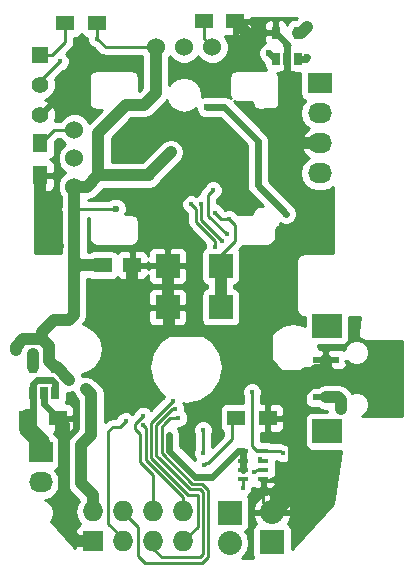
<source format=gtl>
G04 #@! TF.FileFunction,Copper,L1,Top,Signal*
%FSLAX46Y46*%
G04 Gerber Fmt 4.6, Leading zero omitted, Abs format (unit mm)*
G04 Created by KiCad (PCBNEW (after 2015-mar-04 BZR unknown)-product) date 22/05/2015 04:17:12*
%MOMM*%
G01*
G04 APERTURE LIST*
%ADD10C,0.100000*%
%ADD11R,1.500000X1.250000*%
%ADD12R,2.301240X0.500380*%
%ADD13R,2.499360X1.998980*%
%ADD14R,2.032000X2.032000*%
%ADD15O,2.032000X2.032000*%
%ADD16R,1.500000X1.300000*%
%ADD17R,1.300000X1.500000*%
%ADD18R,0.900000X0.400000*%
%ADD19R,1.397000X1.397000*%
%ADD20C,1.397000*%
%ADD21R,1.727200X1.727200*%
%ADD22O,1.727200X1.727200*%
%ADD23R,2.032000X1.727200*%
%ADD24O,2.032000X1.727200*%
%ADD25R,0.650000X1.060000*%
%ADD26C,1.524000*%
%ADD27R,2.000000X2.000000*%
%ADD28C,0.600000*%
%ADD29C,0.400000*%
%ADD30C,1.000000*%
%ADD31C,0.800000*%
%ADD32C,1.000000*%
%ADD33C,0.600000*%
%ADD34C,0.250000*%
%ADD35C,1.500000*%
%ADD36C,0.254000*%
G04 APERTURE END LIST*
D10*
D11*
X134310000Y-92610000D03*
X136810000Y-92610000D03*
D12*
X159510680Y-90860200D03*
X159510680Y-87659800D03*
D13*
X159609740Y-93710080D03*
X159609740Y-84809920D03*
D14*
X151360000Y-100610000D03*
D15*
X151360000Y-103150000D03*
D14*
X154960000Y-103110000D03*
D15*
X154960000Y-100570000D03*
D16*
X140160000Y-59160000D03*
X137460000Y-59160000D03*
D17*
X135310000Y-69360000D03*
X135310000Y-72060000D03*
D16*
X149160000Y-59010000D03*
X151860000Y-59010000D03*
X151910000Y-92610000D03*
X154610000Y-92610000D03*
D18*
X154210000Y-97010000D03*
X154210000Y-96210000D03*
X154210000Y-97810000D03*
X154210000Y-95410000D03*
X152510000Y-97810000D03*
X152510000Y-97010000D03*
X152510000Y-96210000D03*
X152510000Y-95410000D03*
D19*
X135310000Y-61870000D03*
D20*
X135310000Y-64410000D03*
X135310000Y-66950000D03*
D21*
X139810000Y-103060000D03*
D22*
X139810000Y-100520000D03*
X142350000Y-103060000D03*
X142350000Y-100520000D03*
X144890000Y-103060000D03*
X144890000Y-100520000D03*
X147430000Y-103060000D03*
X147430000Y-100520000D03*
D11*
X143110000Y-79660000D03*
X140610000Y-79660000D03*
D23*
X159010000Y-64260000D03*
D24*
X159010000Y-66800000D03*
X159010000Y-69340000D03*
X159010000Y-71880000D03*
D25*
X155265000Y-62175000D03*
X156215000Y-62175000D03*
X157165000Y-62175000D03*
X157165000Y-59975000D03*
X155265000Y-59975000D03*
X134710000Y-90510000D03*
X135660000Y-90510000D03*
X136610000Y-90510000D03*
X136610000Y-88310000D03*
X134710000Y-88310000D03*
D23*
X135360000Y-95510000D03*
D24*
X135360000Y-98050000D03*
D26*
X138210000Y-68210000D03*
X138210000Y-70610000D03*
X138210000Y-73010000D03*
X145110000Y-61210000D03*
X147510000Y-61210000D03*
X149910000Y-61210000D03*
D27*
X150610000Y-83235000D03*
X146110000Y-83235000D03*
X150610000Y-79735000D03*
X146110000Y-79735000D03*
D28*
X142310000Y-85435000D03*
X154335000Y-66960000D03*
D29*
X149185000Y-69335000D03*
X145660000Y-74910000D03*
D28*
X157960000Y-76810000D03*
X136810000Y-78060000D03*
X142310000Y-82060000D03*
D29*
X135710000Y-71660000D03*
D30*
X159560000Y-88760000D03*
D28*
X137160000Y-92710000D03*
D29*
X157060000Y-98410000D03*
D31*
X154610000Y-92610000D03*
D30*
X160760000Y-91860000D03*
D28*
X157890000Y-59480000D03*
X141710000Y-74885000D03*
X146385000Y-70110000D03*
X133260000Y-86810000D03*
X137810000Y-89360000D03*
D29*
X140160000Y-60510000D03*
D28*
X139660000Y-94010000D03*
D29*
X146260000Y-94010000D03*
D31*
X139210000Y-90160000D03*
D29*
X137010000Y-62410000D03*
X149160000Y-96610000D03*
X149110000Y-93610000D03*
X149110000Y-95610000D03*
X150110000Y-78135000D03*
X148110000Y-74510000D03*
X153460000Y-97210000D03*
X150760000Y-77610000D03*
X148960000Y-74510000D03*
X153960000Y-96110000D03*
X149960000Y-73310000D03*
X151160000Y-77060000D03*
X153260000Y-90410000D03*
X155860000Y-95610000D03*
D28*
X134760000Y-87210000D03*
D29*
X150110000Y-75210000D03*
X151310000Y-75760000D03*
D28*
X154720000Y-61720000D03*
X157960000Y-62050000D03*
D29*
X144010000Y-93210000D03*
X146760000Y-91860000D03*
X146560000Y-91160000D03*
X144060000Y-92410000D03*
X147010000Y-92610000D03*
X142560000Y-92860000D03*
X152460000Y-98510000D03*
D28*
X149420000Y-66290000D03*
X156140000Y-75310000D03*
D32*
X157960000Y-76810000D02*
X157960000Y-74320000D01*
X156960000Y-71460000D02*
X155710000Y-70210000D01*
X156960000Y-73320000D02*
X156960000Y-71460000D01*
X157960000Y-74320000D02*
X156960000Y-73320000D01*
D33*
X155710000Y-63660000D02*
X156060000Y-63310000D01*
X155710000Y-66835000D02*
X155710000Y-63660000D01*
X156215000Y-63165000D02*
X156215000Y-62175000D01*
X156070000Y-63310000D02*
X156215000Y-63165000D01*
X156060000Y-63310000D02*
X156070000Y-63310000D01*
X156215000Y-62175000D02*
X156215000Y-60925000D01*
X156215000Y-60925000D02*
X155265000Y-59975000D01*
D32*
X135660000Y-74910000D02*
X135660000Y-77360000D01*
X146235000Y-85210000D02*
X146235000Y-83360000D01*
X146235000Y-83360000D02*
X146110000Y-83235000D01*
X146110000Y-83235000D02*
X146110000Y-79735000D01*
X154510000Y-85785000D02*
X153935000Y-85210000D01*
X142535000Y-85210000D02*
X146235000Y-85210000D01*
X146235000Y-85210000D02*
X153935000Y-85210000D01*
X142535000Y-85210000D02*
X142310000Y-85435000D01*
X155710000Y-66835000D02*
X154460000Y-66835000D01*
X154460000Y-66835000D02*
X154335000Y-66960000D01*
D34*
X146585000Y-71935000D02*
X149185000Y-69335000D01*
X146585000Y-73985000D02*
X146585000Y-71935000D01*
X145660000Y-74910000D02*
X146585000Y-73985000D01*
D32*
X136810000Y-92610000D02*
X137360000Y-93160000D01*
X137360000Y-93160000D02*
X137360000Y-101985000D01*
X138435000Y-103060000D02*
X139810000Y-103060000D01*
X137360000Y-101985000D02*
X138435000Y-103060000D01*
X155710000Y-69360000D02*
X155710000Y-70210000D01*
D33*
X155710000Y-66835000D02*
X155710000Y-69360000D01*
D32*
X159010000Y-69340000D02*
X156580000Y-69340000D01*
X156580000Y-69340000D02*
X155710000Y-70210000D01*
X157910000Y-76760000D02*
X155710000Y-76760000D01*
X157960000Y-76810000D02*
X157910000Y-76760000D01*
X154660000Y-80260000D02*
X154660000Y-78760000D01*
X157860000Y-88760000D02*
X157610000Y-89010000D01*
X157610000Y-89010000D02*
X155660000Y-89010000D01*
X155660000Y-89010000D02*
X154510000Y-87860000D01*
X154510000Y-87860000D02*
X154510000Y-85785000D01*
X154510000Y-85785000D02*
X154510000Y-83160000D01*
X154510000Y-83160000D02*
X154510000Y-80410000D01*
X154510000Y-80410000D02*
X154660000Y-80260000D01*
X158510000Y-88760000D02*
X157860000Y-88760000D01*
X155710000Y-77710000D02*
X155710000Y-76760000D01*
X154660000Y-78760000D02*
X155710000Y-77710000D01*
X136360000Y-78060000D02*
X136810000Y-78060000D01*
X135660000Y-77360000D02*
X136360000Y-78060000D01*
X135310000Y-72060000D02*
X135310000Y-74560000D01*
X135310000Y-74560000D02*
X135660000Y-74910000D01*
X151860000Y-59010000D02*
X152785000Y-59935000D01*
X143110000Y-81260000D02*
X143110000Y-79660000D01*
X142310000Y-82060000D02*
X143110000Y-81260000D01*
D34*
X135710000Y-71660000D02*
X135310000Y-72060000D01*
D32*
X159560000Y-88760000D02*
X158510000Y-88760000D01*
X158510000Y-88760000D02*
X158410000Y-88760000D01*
X158410000Y-88760000D02*
X158010000Y-89160000D01*
D34*
X156060000Y-88710000D02*
X159510000Y-88710000D01*
X154610000Y-92610000D02*
X154610000Y-90160000D01*
X154610000Y-90160000D02*
X156060000Y-88710000D01*
X159510000Y-88710000D02*
X159560000Y-88760000D01*
D32*
X159510680Y-88710680D02*
X159560000Y-88760000D01*
X159510680Y-87659800D02*
X159510680Y-88710680D01*
D33*
X135660000Y-91460000D02*
X136810000Y-92610000D01*
X135660000Y-90510000D02*
X135660000Y-91460000D01*
D32*
X137060000Y-92610000D02*
X136810000Y-92610000D01*
X137160000Y-92710000D02*
X137060000Y-92610000D01*
D35*
X158760000Y-88760000D02*
X156660000Y-90860000D01*
X159560000Y-88760000D02*
X158760000Y-88760000D01*
X157060000Y-90810000D02*
X157060000Y-98470000D01*
X157060000Y-98470000D02*
X154960000Y-100570000D01*
D34*
X154210000Y-99820000D02*
X154960000Y-100570000D01*
X154210000Y-97810000D02*
X154210000Y-99820000D01*
X157060000Y-98410000D02*
X157060000Y-98470000D01*
D33*
X134710000Y-92210000D02*
X134310000Y-92610000D01*
X134710000Y-90510000D02*
X134710000Y-92210000D01*
X136610000Y-89660000D02*
X136360000Y-89410000D01*
X136360000Y-89410000D02*
X135060000Y-89410000D01*
X135060000Y-89410000D02*
X134710000Y-89760000D01*
X134710000Y-89760000D02*
X134710000Y-90510000D01*
X136610000Y-90510000D02*
X136610000Y-89660000D01*
D35*
X135360000Y-94610000D02*
X135360000Y-95510000D01*
X134310000Y-93560000D02*
X135360000Y-94610000D01*
X134310000Y-92610000D02*
X134310000Y-93560000D01*
D32*
X159510680Y-90860200D02*
X160560200Y-90860200D01*
X160560200Y-90860200D02*
X160760000Y-91060000D01*
X160760000Y-91060000D02*
X160760000Y-91860000D01*
D35*
X154920000Y-103150000D02*
X154960000Y-103110000D01*
D32*
X157890000Y-59480000D02*
X157395000Y-59975000D01*
X157395000Y-59975000D02*
X157165000Y-59975000D01*
X138210000Y-73010000D02*
X138210000Y-74860000D01*
X138210000Y-74860000D02*
X138160000Y-74910000D01*
X138210000Y-74960000D02*
X138210000Y-79260000D01*
X138210000Y-79260000D02*
X138610000Y-79660000D01*
X138210000Y-74960000D02*
X138160000Y-74910000D01*
D34*
X138160000Y-74910000D02*
X141685000Y-74910000D01*
X141685000Y-74910000D02*
X141710000Y-74885000D01*
D32*
X144535000Y-72060000D02*
X144535000Y-71960000D01*
X140260000Y-72060000D02*
X144535000Y-72060000D01*
X144535000Y-71960000D02*
X146385000Y-70110000D01*
X140260000Y-69135000D02*
X140260000Y-68435000D01*
X139310000Y-73010000D02*
X140260000Y-72060000D01*
X140260000Y-72060000D02*
X140260000Y-69135000D01*
X138210000Y-73010000D02*
X139310000Y-73010000D01*
X145110000Y-65110000D02*
X145110000Y-61210000D01*
X144110000Y-66110000D02*
X145110000Y-65110000D01*
X142585000Y-66110000D02*
X144110000Y-66110000D01*
X140260000Y-68435000D02*
X142585000Y-66110000D01*
X138760000Y-96610000D02*
X138760000Y-98110000D01*
X138760000Y-98110000D02*
X139810000Y-99160000D01*
X139810000Y-100520000D02*
X139810000Y-99160000D01*
X138760000Y-94910000D02*
X139660000Y-94010000D01*
X138760000Y-96610000D02*
X138760000Y-94910000D01*
X140610000Y-79660000D02*
X138610000Y-79660000D01*
X138610000Y-79660000D02*
X138160000Y-80110000D01*
X135485000Y-85935000D02*
X135485000Y-85335000D01*
X135485000Y-85335000D02*
X136510000Y-84310000D01*
X136510000Y-84310000D02*
X137760000Y-84310000D01*
X137760000Y-84310000D02*
X138160000Y-83910000D01*
X138160000Y-83910000D02*
X138160000Y-80110000D01*
X138160000Y-80110000D02*
X138160000Y-79460000D01*
X136060000Y-87760000D02*
X136610000Y-88310000D01*
X136060000Y-86510000D02*
X136060000Y-87760000D01*
X135460000Y-85910000D02*
X135485000Y-85935000D01*
X135485000Y-85935000D02*
X136060000Y-86510000D01*
X133910000Y-85910000D02*
X135460000Y-85910000D01*
X133260000Y-86560000D02*
X133910000Y-85910000D01*
X133260000Y-86810000D02*
X133260000Y-86560000D01*
X136610000Y-88310000D02*
X136760000Y-88310000D01*
X136760000Y-88310000D02*
X137810000Y-89360000D01*
D34*
X145110000Y-61210000D02*
X140860000Y-61210000D01*
X140860000Y-61210000D02*
X140160000Y-60510000D01*
X140160000Y-60510000D02*
X140160000Y-59160000D01*
D33*
X152510000Y-96210000D02*
X152510000Y-95410000D01*
X152510000Y-97010000D02*
X152510000Y-96210000D01*
X149910000Y-97560000D02*
X148460000Y-97560000D01*
X148460000Y-97560000D02*
X146260000Y-95360000D01*
X146260000Y-95360000D02*
X146260000Y-94010000D01*
X152060000Y-95410000D02*
X149910000Y-97560000D01*
X152510000Y-95410000D02*
X152060000Y-95410000D01*
D32*
X139660000Y-90610000D02*
X139210000Y-90160000D01*
X139660000Y-94010000D02*
X139660000Y-90610000D01*
D34*
X135310000Y-64410000D02*
X135310000Y-64110000D01*
X135310000Y-64110000D02*
X137010000Y-62410000D01*
X135310000Y-61870000D02*
X136350000Y-61870000D01*
X137460000Y-60760000D02*
X137460000Y-59160000D01*
X136350000Y-61870000D02*
X137460000Y-60760000D01*
X151560000Y-92960000D02*
X151910000Y-92610000D01*
X149160000Y-96610000D02*
X149360000Y-96410000D01*
X149360000Y-96410000D02*
X149560000Y-96410000D01*
X149560000Y-96410000D02*
X151560000Y-94410000D01*
X151560000Y-94410000D02*
X151560000Y-92960000D01*
X149110000Y-95610000D02*
X149110000Y-93610000D01*
X150110000Y-77596398D02*
X150110000Y-78135000D01*
X148509998Y-75996396D02*
X150110000Y-77596398D01*
X148509998Y-74909998D02*
X148509998Y-75996396D01*
X148110000Y-74510000D02*
X148509998Y-74909998D01*
X153460000Y-97210000D02*
X153660000Y-97010000D01*
X153660000Y-97010000D02*
X154210000Y-97010000D01*
X148960000Y-75810000D02*
X150760000Y-77610000D01*
X148960000Y-74510000D02*
X148960000Y-75810000D01*
X154060000Y-96210000D02*
X154210000Y-96210000D01*
X153960000Y-96110000D02*
X154060000Y-96210000D01*
X149560000Y-73710000D02*
X149960000Y-73310000D01*
X149560000Y-75460000D02*
X149560000Y-73710000D01*
X151160000Y-77060000D02*
X149560000Y-75460000D01*
X154210000Y-95410000D02*
X153660000Y-95410000D01*
X153260000Y-95010000D02*
X153260000Y-91010000D01*
X153660000Y-95410000D02*
X153260000Y-95010000D01*
X153260000Y-91010000D02*
X153260000Y-90410000D01*
X155860000Y-95610000D02*
X155660000Y-95410000D01*
X155660000Y-95410000D02*
X154210000Y-95410000D01*
D32*
X134710000Y-88310000D02*
X134710000Y-87260000D01*
X134710000Y-87260000D02*
X134760000Y-87210000D01*
D34*
X150610000Y-79735000D02*
X150610000Y-78835000D01*
X150610000Y-78835000D02*
X151785000Y-77660000D01*
X151785000Y-76235000D02*
X151310000Y-75760000D01*
X151785000Y-77660000D02*
X151785000Y-76235000D01*
D32*
X150610000Y-83235000D02*
X150610000Y-79735000D01*
D34*
X150110000Y-75210000D02*
X150660000Y-75760000D01*
X150660000Y-75760000D02*
X151310000Y-75760000D01*
X135310000Y-69360000D02*
X135360000Y-69360000D01*
X135360000Y-69360000D02*
X136510000Y-68210000D01*
X136510000Y-68210000D02*
X138210000Y-68210000D01*
X149160000Y-59010000D02*
X149160000Y-60460000D01*
X149160000Y-60460000D02*
X149910000Y-61210000D01*
D33*
X155265000Y-62175000D02*
X155175000Y-62175000D01*
X155175000Y-62175000D02*
X154720000Y-61720000D01*
X157835000Y-62175000D02*
X157165000Y-62175000D01*
X157960000Y-62050000D02*
X157835000Y-62175000D01*
D34*
X144259994Y-94710000D02*
X144259994Y-93459994D01*
X144259994Y-93459994D02*
X144010000Y-93210000D01*
X147430000Y-100520000D02*
X147430000Y-99323080D01*
X144259994Y-96153074D02*
X144259994Y-94710000D01*
X144259994Y-94710000D02*
X144259994Y-94660000D01*
X147430000Y-99323080D02*
X144259994Y-96153074D01*
X147430000Y-100520000D02*
X147430000Y-100180000D01*
X145666801Y-92666801D02*
X146473602Y-91860000D01*
X146473602Y-91860000D02*
X146760000Y-91860000D01*
X145399858Y-96020142D02*
X145159998Y-95780282D01*
X145159998Y-93173604D02*
X145666801Y-92666801D01*
X145666801Y-92666801D02*
X145723604Y-92609998D01*
X145549858Y-96170142D02*
X145399858Y-96020142D01*
X149110000Y-98871400D02*
X149110000Y-100160000D01*
X148014720Y-98635004D02*
X146199858Y-96820142D01*
X148873604Y-98635004D02*
X148014720Y-98635004D01*
X149110000Y-98871400D02*
X148873604Y-98635004D01*
X146199858Y-96820142D02*
X145549858Y-96170142D01*
X145159998Y-95780282D02*
X145159998Y-93173604D01*
X144890000Y-103060000D02*
X144890000Y-103689998D01*
X144890000Y-103689998D02*
X145610000Y-104409998D01*
X149110000Y-101460000D02*
X149110000Y-100160000D01*
X149110000Y-100160000D02*
X149110000Y-100096398D01*
X149110000Y-104160000D02*
X149110000Y-101460000D01*
X148860002Y-104409998D02*
X149110000Y-104160000D01*
X145610000Y-104409998D02*
X148860002Y-104409998D01*
X144890000Y-103060000D02*
X145010000Y-103060000D01*
X145537208Y-92159996D02*
X146537204Y-91160000D01*
X144709996Y-95966678D02*
X144709996Y-92987208D01*
X144709996Y-92987208D02*
X145537208Y-92159996D01*
X147430000Y-103060000D02*
X148659998Y-101830002D01*
X147878322Y-99135004D02*
X147156659Y-98413341D01*
X148659998Y-99135004D02*
X147878322Y-99135004D01*
X148659998Y-101830002D02*
X148659998Y-99135004D01*
X147156659Y-98413341D02*
X144709996Y-95966678D01*
X146537204Y-91160000D02*
X146560000Y-91160000D01*
X147430000Y-103060000D02*
X147460000Y-103060000D01*
X143360000Y-93110000D02*
X144060000Y-92410000D01*
X143809992Y-93959992D02*
X143360000Y-93510000D01*
X143360000Y-93510000D02*
X143360000Y-93110000D01*
X144890000Y-100520000D02*
X144890000Y-97419478D01*
X143809992Y-96339470D02*
X143809992Y-95060000D01*
X144890000Y-97419478D02*
X143809992Y-96339470D01*
X143809992Y-95060000D02*
X143809992Y-93959992D01*
X144890000Y-100520000D02*
X144890000Y-100040000D01*
X145910000Y-93060000D02*
X146360000Y-92610000D01*
X142350000Y-100550000D02*
X143610000Y-101810000D01*
X145610000Y-93360000D02*
X145910000Y-93060000D01*
X145610000Y-95593886D02*
X145610000Y-93360000D01*
X148201116Y-98185002D02*
X145610000Y-95593886D01*
X149060000Y-98185002D02*
X148201116Y-98185002D01*
X149560002Y-98685004D02*
X149060000Y-98185002D01*
X149560002Y-104346396D02*
X149560002Y-98685004D01*
X149046398Y-104860000D02*
X149560002Y-104346396D01*
X144210000Y-104860000D02*
X149046398Y-104860000D01*
X143610000Y-104260000D02*
X144210000Y-104860000D01*
X143610000Y-101810000D02*
X143610000Y-104260000D01*
X146360000Y-92610000D02*
X147010000Y-92610000D01*
X142350000Y-100520000D02*
X142350000Y-100550000D01*
X142350000Y-100520000D02*
X142350000Y-100000000D01*
X141910000Y-93360000D02*
X142060000Y-93360000D01*
X141460000Y-93360000D02*
X141910000Y-93360000D01*
X142060000Y-93360000D02*
X142560000Y-92860000D01*
X141460000Y-93360000D02*
X141460000Y-93359996D01*
X141110000Y-93710000D02*
X141460000Y-93360000D01*
X141110000Y-101560000D02*
X141110000Y-93710000D01*
X142350000Y-102800000D02*
X141110000Y-101560000D01*
X142350000Y-103060000D02*
X142350000Y-102800000D01*
X152460000Y-98510000D02*
X152510000Y-98460000D01*
X152510000Y-98460000D02*
X152510000Y-97810000D01*
D33*
X149420000Y-66290000D02*
X150920000Y-66290000D01*
X153740000Y-72910000D02*
X156140000Y-75310000D01*
X153740000Y-69110000D02*
X153740000Y-72910000D01*
X150920000Y-66290000D02*
X153740000Y-69110000D01*
D36*
G36*
X137456517Y-71809776D02*
X137419697Y-71824990D01*
X137026371Y-72217630D01*
X136813243Y-72730900D01*
X136812758Y-73286661D01*
X137024990Y-73800303D01*
X137075000Y-73850400D01*
X137075000Y-74658634D01*
X137025000Y-74910000D01*
X137075000Y-75161365D01*
X137075000Y-78625000D01*
X136595000Y-78625000D01*
X136595000Y-72936309D01*
X136595000Y-72345750D01*
X136436250Y-72187000D01*
X135437000Y-72187000D01*
X135437000Y-73286250D01*
X135595750Y-73445000D01*
X135833691Y-73445000D01*
X136086310Y-73445000D01*
X136319699Y-73348327D01*
X136498327Y-73169698D01*
X136595000Y-72936309D01*
X136595000Y-78625000D01*
X134895000Y-78625000D01*
X134895000Y-73445000D01*
X135024250Y-73445000D01*
X135183000Y-73286250D01*
X135183000Y-72187000D01*
X135163000Y-72187000D01*
X135163000Y-71933000D01*
X135183000Y-71933000D01*
X135183000Y-71913000D01*
X135437000Y-71913000D01*
X135437000Y-71933000D01*
X136436250Y-71933000D01*
X136595000Y-71774250D01*
X136595000Y-71183691D01*
X136498327Y-70950302D01*
X136319699Y-70771673D01*
X136181557Y-70714453D01*
X136202123Y-70710463D01*
X136414927Y-70570673D01*
X136557377Y-70359640D01*
X136607440Y-70110000D01*
X136607440Y-69187362D01*
X136824802Y-68970000D01*
X137012469Y-68970000D01*
X137024990Y-69000303D01*
X137417630Y-69393629D01*
X137456517Y-69409776D01*
X137419697Y-69424990D01*
X137026371Y-69817630D01*
X136813243Y-70330900D01*
X136812758Y-70886661D01*
X137024990Y-71400303D01*
X137417630Y-71793629D01*
X137456517Y-71809776D01*
X137456517Y-71809776D01*
G37*
X137456517Y-71809776D02*
X137419697Y-71824990D01*
X137026371Y-72217630D01*
X136813243Y-72730900D01*
X136812758Y-73286661D01*
X137024990Y-73800303D01*
X137075000Y-73850400D01*
X137075000Y-74658634D01*
X137025000Y-74910000D01*
X137075000Y-75161365D01*
X137075000Y-78625000D01*
X136595000Y-78625000D01*
X136595000Y-72936309D01*
X136595000Y-72345750D01*
X136436250Y-72187000D01*
X135437000Y-72187000D01*
X135437000Y-73286250D01*
X135595750Y-73445000D01*
X135833691Y-73445000D01*
X136086310Y-73445000D01*
X136319699Y-73348327D01*
X136498327Y-73169698D01*
X136595000Y-72936309D01*
X136595000Y-78625000D01*
X134895000Y-78625000D01*
X134895000Y-73445000D01*
X135024250Y-73445000D01*
X135183000Y-73286250D01*
X135183000Y-72187000D01*
X135163000Y-72187000D01*
X135163000Y-71933000D01*
X135183000Y-71933000D01*
X135183000Y-71913000D01*
X135437000Y-71913000D01*
X135437000Y-71933000D01*
X136436250Y-71933000D01*
X136595000Y-71774250D01*
X136595000Y-71183691D01*
X136498327Y-70950302D01*
X136319699Y-70771673D01*
X136181557Y-70714453D01*
X136202123Y-70710463D01*
X136414927Y-70570673D01*
X136557377Y-70359640D01*
X136607440Y-70110000D01*
X136607440Y-69187362D01*
X136824802Y-68970000D01*
X137012469Y-68970000D01*
X137024990Y-69000303D01*
X137417630Y-69393629D01*
X137456517Y-69409776D01*
X137419697Y-69424990D01*
X137026371Y-69817630D01*
X136813243Y-70330900D01*
X136812758Y-70886661D01*
X137024990Y-71400303D01*
X137417630Y-71793629D01*
X137456517Y-71809776D01*
G36*
X139957000Y-103187000D02*
X139937000Y-103187000D01*
X139937000Y-103207000D01*
X139683000Y-103207000D01*
X139683000Y-103187000D01*
X138470150Y-103187000D01*
X138311400Y-103345750D01*
X138311400Y-103600634D01*
X136204616Y-101361893D01*
X136328423Y-101238303D01*
X136502801Y-100818354D01*
X136503198Y-100363641D01*
X136329554Y-99943388D01*
X136008303Y-99621577D01*
X135739338Y-99509893D01*
X136118234Y-99434526D01*
X136604415Y-99109670D01*
X136929271Y-98623489D01*
X137043345Y-98050000D01*
X136929271Y-97476511D01*
X136604415Y-96990330D01*
X136588632Y-96979784D01*
X136618123Y-96974063D01*
X136830927Y-96834273D01*
X136973377Y-96623240D01*
X137023440Y-96373600D01*
X137023440Y-94646400D01*
X136976463Y-94404277D01*
X136836673Y-94191473D01*
X136625640Y-94049023D01*
X136617841Y-94047459D01*
X136617840Y-94047458D01*
X136499266Y-93870000D01*
X136524250Y-93870000D01*
X136683000Y-93711250D01*
X136683000Y-92737000D01*
X136663000Y-92737000D01*
X136663000Y-92483000D01*
X136683000Y-92483000D01*
X136683000Y-92463000D01*
X136937000Y-92463000D01*
X136937000Y-92483000D01*
X138036250Y-92483000D01*
X138195000Y-92324250D01*
X138195000Y-92111309D01*
X138195000Y-91858690D01*
X138098327Y-91625301D01*
X137919698Y-91446673D01*
X137686309Y-91350000D01*
X137491633Y-91350000D01*
X137532377Y-91289640D01*
X137582440Y-91040000D01*
X137582440Y-90449735D01*
X137810000Y-90495000D01*
X138129013Y-90431543D01*
X138161397Y-90594345D01*
X138407434Y-90962566D01*
X138525000Y-91080132D01*
X138525000Y-93539868D01*
X138195000Y-93869868D01*
X138195000Y-93361310D01*
X138195000Y-93108691D01*
X138195000Y-92895750D01*
X138036250Y-92737000D01*
X136937000Y-92737000D01*
X136937000Y-93711250D01*
X137095750Y-93870000D01*
X137686309Y-93870000D01*
X137919698Y-93773327D01*
X138098327Y-93594699D01*
X138195000Y-93361310D01*
X138195000Y-93869868D01*
X137957434Y-94107434D01*
X137711397Y-94475654D01*
X137625000Y-94910000D01*
X137625000Y-96610000D01*
X137625000Y-98110000D01*
X137711397Y-98544346D01*
X137957434Y-98912566D01*
X138640384Y-99595516D01*
X138425474Y-99917152D01*
X138311400Y-100490641D01*
X138311400Y-100549359D01*
X138425474Y-101122848D01*
X138740526Y-101594356D01*
X138586701Y-101658073D01*
X138408073Y-101836702D01*
X138311400Y-102070091D01*
X138311400Y-102774250D01*
X138470150Y-102933000D01*
X139683000Y-102933000D01*
X139683000Y-102913000D01*
X139937000Y-102913000D01*
X139937000Y-102933000D01*
X139957000Y-102933000D01*
X139957000Y-103187000D01*
X139957000Y-103187000D01*
G37*
X139957000Y-103187000D02*
X139937000Y-103187000D01*
X139937000Y-103207000D01*
X139683000Y-103207000D01*
X139683000Y-103187000D01*
X138470150Y-103187000D01*
X138311400Y-103345750D01*
X138311400Y-103600634D01*
X136204616Y-101361893D01*
X136328423Y-101238303D01*
X136502801Y-100818354D01*
X136503198Y-100363641D01*
X136329554Y-99943388D01*
X136008303Y-99621577D01*
X135739338Y-99509893D01*
X136118234Y-99434526D01*
X136604415Y-99109670D01*
X136929271Y-98623489D01*
X137043345Y-98050000D01*
X136929271Y-97476511D01*
X136604415Y-96990330D01*
X136588632Y-96979784D01*
X136618123Y-96974063D01*
X136830927Y-96834273D01*
X136973377Y-96623240D01*
X137023440Y-96373600D01*
X137023440Y-94646400D01*
X136976463Y-94404277D01*
X136836673Y-94191473D01*
X136625640Y-94049023D01*
X136617841Y-94047459D01*
X136617840Y-94047458D01*
X136499266Y-93870000D01*
X136524250Y-93870000D01*
X136683000Y-93711250D01*
X136683000Y-92737000D01*
X136663000Y-92737000D01*
X136663000Y-92483000D01*
X136683000Y-92483000D01*
X136683000Y-92463000D01*
X136937000Y-92463000D01*
X136937000Y-92483000D01*
X138036250Y-92483000D01*
X138195000Y-92324250D01*
X138195000Y-92111309D01*
X138195000Y-91858690D01*
X138098327Y-91625301D01*
X137919698Y-91446673D01*
X137686309Y-91350000D01*
X137491633Y-91350000D01*
X137532377Y-91289640D01*
X137582440Y-91040000D01*
X137582440Y-90449735D01*
X137810000Y-90495000D01*
X138129013Y-90431543D01*
X138161397Y-90594345D01*
X138407434Y-90962566D01*
X138525000Y-91080132D01*
X138525000Y-93539868D01*
X138195000Y-93869868D01*
X138195000Y-93361310D01*
X138195000Y-93108691D01*
X138195000Y-92895750D01*
X138036250Y-92737000D01*
X136937000Y-92737000D01*
X136937000Y-93711250D01*
X137095750Y-93870000D01*
X137686309Y-93870000D01*
X137919698Y-93773327D01*
X138098327Y-93594699D01*
X138195000Y-93361310D01*
X138195000Y-93869868D01*
X137957434Y-94107434D01*
X137711397Y-94475654D01*
X137625000Y-94910000D01*
X137625000Y-96610000D01*
X137625000Y-98110000D01*
X137711397Y-98544346D01*
X137957434Y-98912566D01*
X138640384Y-99595516D01*
X138425474Y-99917152D01*
X138311400Y-100490641D01*
X138311400Y-100549359D01*
X138425474Y-101122848D01*
X138740526Y-101594356D01*
X138586701Y-101658073D01*
X138408073Y-101836702D01*
X138311400Y-102070091D01*
X138311400Y-102774250D01*
X138470150Y-102933000D01*
X139683000Y-102933000D01*
X139683000Y-102913000D01*
X139937000Y-102913000D01*
X139937000Y-102933000D01*
X139957000Y-102933000D01*
X139957000Y-103187000D01*
G36*
X143975000Y-64639867D02*
X143693900Y-64920967D01*
X143693900Y-63833600D01*
X143641757Y-63571462D01*
X143493268Y-63349232D01*
X143271038Y-63200743D01*
X143008900Y-63148600D01*
X140108900Y-63148600D01*
X139846762Y-63200743D01*
X139624532Y-63349232D01*
X139476043Y-63571462D01*
X139423900Y-63833600D01*
X139423900Y-65833600D01*
X139476043Y-66095738D01*
X139624532Y-66317968D01*
X139846762Y-66466457D01*
X140108900Y-66518600D01*
X140571267Y-66518600D01*
X139475461Y-67614406D01*
X139395010Y-67419697D01*
X139002370Y-67026371D01*
X138489100Y-66813243D01*
X137933339Y-66812758D01*
X137419697Y-67024990D01*
X137026371Y-67417630D01*
X137012929Y-67450000D01*
X136547704Y-67450000D01*
X136655927Y-67142520D01*
X136627148Y-66612801D01*
X136479800Y-66257071D01*
X136244188Y-66195417D01*
X135489605Y-66950000D01*
X135503747Y-66964142D01*
X135324142Y-67143747D01*
X135310000Y-67129605D01*
X135295857Y-67143747D01*
X135116252Y-66964142D01*
X135130395Y-66950000D01*
X135116252Y-66935857D01*
X135295857Y-66756252D01*
X135310000Y-66770395D01*
X136064583Y-66015812D01*
X136002929Y-65780200D01*
X135723688Y-65681916D01*
X136064380Y-65541146D01*
X136439827Y-65166353D01*
X136643268Y-64676413D01*
X136643731Y-64145914D01*
X136557524Y-63937277D01*
X137301969Y-63192832D01*
X137482372Y-63118292D01*
X137717466Y-62883607D01*
X137844855Y-62576821D01*
X137845145Y-62244637D01*
X137718292Y-61937628D01*
X137537890Y-61756911D01*
X137997401Y-61297401D01*
X138162148Y-61050839D01*
X138220000Y-60760000D01*
X138220000Y-60455499D01*
X138452123Y-60410463D01*
X138664927Y-60270673D01*
X138807377Y-60059640D01*
X138809216Y-60050469D01*
X138809537Y-60052123D01*
X138949327Y-60264927D01*
X139160360Y-60407377D01*
X139325060Y-60440406D01*
X139324855Y-60675363D01*
X139451708Y-60982372D01*
X139686393Y-61217466D01*
X139868125Y-61292928D01*
X140322598Y-61747401D01*
X140322599Y-61747401D01*
X140487345Y-61857480D01*
X140569160Y-61912147D01*
X140569161Y-61912148D01*
X140860000Y-61970000D01*
X143912469Y-61970000D01*
X143924990Y-62000303D01*
X143975000Y-62050400D01*
X143975000Y-64639867D01*
X143975000Y-64639867D01*
G37*
X143975000Y-64639867D02*
X143693900Y-64920967D01*
X143693900Y-63833600D01*
X143641757Y-63571462D01*
X143493268Y-63349232D01*
X143271038Y-63200743D01*
X143008900Y-63148600D01*
X140108900Y-63148600D01*
X139846762Y-63200743D01*
X139624532Y-63349232D01*
X139476043Y-63571462D01*
X139423900Y-63833600D01*
X139423900Y-65833600D01*
X139476043Y-66095738D01*
X139624532Y-66317968D01*
X139846762Y-66466457D01*
X140108900Y-66518600D01*
X140571267Y-66518600D01*
X139475461Y-67614406D01*
X139395010Y-67419697D01*
X139002370Y-67026371D01*
X138489100Y-66813243D01*
X137933339Y-66812758D01*
X137419697Y-67024990D01*
X137026371Y-67417630D01*
X137012929Y-67450000D01*
X136547704Y-67450000D01*
X136655927Y-67142520D01*
X136627148Y-66612801D01*
X136479800Y-66257071D01*
X136244188Y-66195417D01*
X135489605Y-66950000D01*
X135503747Y-66964142D01*
X135324142Y-67143747D01*
X135310000Y-67129605D01*
X135295857Y-67143747D01*
X135116252Y-66964142D01*
X135130395Y-66950000D01*
X135116252Y-66935857D01*
X135295857Y-66756252D01*
X135310000Y-66770395D01*
X136064583Y-66015812D01*
X136002929Y-65780200D01*
X135723688Y-65681916D01*
X136064380Y-65541146D01*
X136439827Y-65166353D01*
X136643268Y-64676413D01*
X136643731Y-64145914D01*
X136557524Y-63937277D01*
X137301969Y-63192832D01*
X137482372Y-63118292D01*
X137717466Y-62883607D01*
X137844855Y-62576821D01*
X137845145Y-62244637D01*
X137718292Y-61937628D01*
X137537890Y-61756911D01*
X137997401Y-61297401D01*
X138162148Y-61050839D01*
X138220000Y-60760000D01*
X138220000Y-60455499D01*
X138452123Y-60410463D01*
X138664927Y-60270673D01*
X138807377Y-60059640D01*
X138809216Y-60050469D01*
X138809537Y-60052123D01*
X138949327Y-60264927D01*
X139160360Y-60407377D01*
X139325060Y-60440406D01*
X139324855Y-60675363D01*
X139451708Y-60982372D01*
X139686393Y-61217466D01*
X139868125Y-61292928D01*
X140322598Y-61747401D01*
X140322599Y-61747401D01*
X140487345Y-61857480D01*
X140569160Y-61912147D01*
X140569161Y-61912148D01*
X140860000Y-61970000D01*
X143912469Y-61970000D01*
X143924990Y-62000303D01*
X143975000Y-62050400D01*
X143975000Y-64639867D01*
G36*
X156481711Y-61029038D02*
X156342000Y-61168750D01*
X156342000Y-61248137D01*
X156242623Y-61395360D01*
X156215370Y-61531253D01*
X156190463Y-61402877D01*
X156088000Y-61246896D01*
X156088000Y-61168750D01*
X155956137Y-61036887D01*
X155983025Y-61010000D01*
X156128327Y-60864698D01*
X156219597Y-60644352D01*
X156239537Y-60747123D01*
X156379327Y-60959927D01*
X156453507Y-61010000D01*
X156481711Y-61029038D01*
X156481711Y-61029038D01*
G37*
X156481711Y-61029038D02*
X156342000Y-61168750D01*
X156342000Y-61248137D01*
X156242623Y-61395360D01*
X156215370Y-61531253D01*
X156190463Y-61402877D01*
X156088000Y-61246896D01*
X156088000Y-61168750D01*
X155956137Y-61036887D01*
X155983025Y-61010000D01*
X156128327Y-60864698D01*
X156219597Y-60644352D01*
X156239537Y-60747123D01*
X156379327Y-60959927D01*
X156453507Y-61010000D01*
X156481711Y-61029038D01*
G36*
X157039868Y-58725000D02*
X156967308Y-58797560D01*
X156840000Y-58797560D01*
X156597877Y-58844537D01*
X156385073Y-58984327D01*
X156242623Y-59195360D01*
X156220209Y-59307125D01*
X156128327Y-59085302D01*
X155949699Y-58906673D01*
X155716310Y-58810000D01*
X155550750Y-58810000D01*
X155392000Y-58968750D01*
X155392000Y-59848000D01*
X155412000Y-59848000D01*
X155412000Y-60102000D01*
X155392000Y-60102000D01*
X155392000Y-60122000D01*
X155138000Y-60122000D01*
X155138000Y-60102000D01*
X155138000Y-59848000D01*
X155138000Y-58968750D01*
X154979250Y-58810000D01*
X154813690Y-58810000D01*
X154580301Y-58906673D01*
X154401673Y-59085302D01*
X154305000Y-59318691D01*
X154305000Y-59689250D01*
X154463750Y-59848000D01*
X155138000Y-59848000D01*
X155138000Y-60102000D01*
X154463750Y-60102000D01*
X154305000Y-60260750D01*
X154305000Y-60631309D01*
X154392887Y-60843488D01*
X154191057Y-60926883D01*
X153927808Y-61189673D01*
X153785162Y-61533201D01*
X153784838Y-61905167D01*
X153926883Y-62248943D01*
X154058855Y-62381145D01*
X154189673Y-62512192D01*
X154190064Y-62512354D01*
X154292560Y-62614850D01*
X154292560Y-62705000D01*
X154339537Y-62947123D01*
X154471886Y-63148600D01*
X153245000Y-63148600D01*
X153245000Y-59786310D01*
X153245000Y-59533691D01*
X153245000Y-59295750D01*
X153086250Y-59137000D01*
X151987000Y-59137000D01*
X151987000Y-60136250D01*
X152145750Y-60295000D01*
X152736309Y-60295000D01*
X152969698Y-60198327D01*
X153148327Y-60019699D01*
X153245000Y-59786310D01*
X153245000Y-63148600D01*
X152008900Y-63148600D01*
X151746762Y-63200743D01*
X151524532Y-63349232D01*
X151376043Y-63571462D01*
X151323900Y-63833600D01*
X151323900Y-65153600D01*
X151376043Y-65415738D01*
X151467870Y-65553167D01*
X151277809Y-65426173D01*
X150920000Y-65355000D01*
X149420816Y-65355000D01*
X149234833Y-65354838D01*
X149000526Y-65451651D01*
X149043900Y-65233600D01*
X148927055Y-64646181D01*
X148594309Y-64148191D01*
X148096319Y-63815445D01*
X147508900Y-63698600D01*
X146921481Y-63815445D01*
X146423491Y-64148191D01*
X146245000Y-64415321D01*
X146245000Y-62050914D01*
X146293629Y-62002370D01*
X146309776Y-61963482D01*
X146324990Y-62000303D01*
X146717630Y-62393629D01*
X147230900Y-62606757D01*
X147786661Y-62607242D01*
X148300303Y-62395010D01*
X148693629Y-62002370D01*
X148709776Y-61963482D01*
X148724990Y-62000303D01*
X149117630Y-62393629D01*
X149630900Y-62606757D01*
X150186661Y-62607242D01*
X150700303Y-62395010D01*
X151093629Y-62002370D01*
X151306757Y-61489100D01*
X151307242Y-60933339D01*
X151095010Y-60419697D01*
X150961252Y-60285705D01*
X150983691Y-60295000D01*
X151574250Y-60295000D01*
X151733000Y-60136250D01*
X151733000Y-59137000D01*
X151713000Y-59137000D01*
X151713000Y-58883000D01*
X151733000Y-58883000D01*
X151733000Y-58863000D01*
X151987000Y-58863000D01*
X151987000Y-58883000D01*
X153086250Y-58883000D01*
X153244250Y-58725000D01*
X157039868Y-58725000D01*
X157039868Y-58725000D01*
G37*
X157039868Y-58725000D02*
X156967308Y-58797560D01*
X156840000Y-58797560D01*
X156597877Y-58844537D01*
X156385073Y-58984327D01*
X156242623Y-59195360D01*
X156220209Y-59307125D01*
X156128327Y-59085302D01*
X155949699Y-58906673D01*
X155716310Y-58810000D01*
X155550750Y-58810000D01*
X155392000Y-58968750D01*
X155392000Y-59848000D01*
X155412000Y-59848000D01*
X155412000Y-60102000D01*
X155392000Y-60102000D01*
X155392000Y-60122000D01*
X155138000Y-60122000D01*
X155138000Y-60102000D01*
X155138000Y-59848000D01*
X155138000Y-58968750D01*
X154979250Y-58810000D01*
X154813690Y-58810000D01*
X154580301Y-58906673D01*
X154401673Y-59085302D01*
X154305000Y-59318691D01*
X154305000Y-59689250D01*
X154463750Y-59848000D01*
X155138000Y-59848000D01*
X155138000Y-60102000D01*
X154463750Y-60102000D01*
X154305000Y-60260750D01*
X154305000Y-60631309D01*
X154392887Y-60843488D01*
X154191057Y-60926883D01*
X153927808Y-61189673D01*
X153785162Y-61533201D01*
X153784838Y-61905167D01*
X153926883Y-62248943D01*
X154058855Y-62381145D01*
X154189673Y-62512192D01*
X154190064Y-62512354D01*
X154292560Y-62614850D01*
X154292560Y-62705000D01*
X154339537Y-62947123D01*
X154471886Y-63148600D01*
X153245000Y-63148600D01*
X153245000Y-59786310D01*
X153245000Y-59533691D01*
X153245000Y-59295750D01*
X153086250Y-59137000D01*
X151987000Y-59137000D01*
X151987000Y-60136250D01*
X152145750Y-60295000D01*
X152736309Y-60295000D01*
X152969698Y-60198327D01*
X153148327Y-60019699D01*
X153245000Y-59786310D01*
X153245000Y-63148600D01*
X152008900Y-63148600D01*
X151746762Y-63200743D01*
X151524532Y-63349232D01*
X151376043Y-63571462D01*
X151323900Y-63833600D01*
X151323900Y-65153600D01*
X151376043Y-65415738D01*
X151467870Y-65553167D01*
X151277809Y-65426173D01*
X150920000Y-65355000D01*
X149420816Y-65355000D01*
X149234833Y-65354838D01*
X149000526Y-65451651D01*
X149043900Y-65233600D01*
X148927055Y-64646181D01*
X148594309Y-64148191D01*
X148096319Y-63815445D01*
X147508900Y-63698600D01*
X146921481Y-63815445D01*
X146423491Y-64148191D01*
X146245000Y-64415321D01*
X146245000Y-62050914D01*
X146293629Y-62002370D01*
X146309776Y-61963482D01*
X146324990Y-62000303D01*
X146717630Y-62393629D01*
X147230900Y-62606757D01*
X147786661Y-62607242D01*
X148300303Y-62395010D01*
X148693629Y-62002370D01*
X148709776Y-61963482D01*
X148724990Y-62000303D01*
X149117630Y-62393629D01*
X149630900Y-62606757D01*
X150186661Y-62607242D01*
X150700303Y-62395010D01*
X151093629Y-62002370D01*
X151306757Y-61489100D01*
X151307242Y-60933339D01*
X151095010Y-60419697D01*
X150961252Y-60285705D01*
X150983691Y-60295000D01*
X151574250Y-60295000D01*
X151733000Y-60136250D01*
X151733000Y-59137000D01*
X151713000Y-59137000D01*
X151713000Y-58883000D01*
X151733000Y-58883000D01*
X151733000Y-58863000D01*
X151987000Y-58863000D01*
X151987000Y-58883000D01*
X153086250Y-58883000D01*
X153244250Y-58725000D01*
X157039868Y-58725000D01*
G36*
X165925000Y-92425000D02*
X162612878Y-92425000D01*
X162722663Y-92379638D01*
X163028026Y-92074807D01*
X163193491Y-91676323D01*
X163193868Y-91244850D01*
X163193868Y-86845570D01*
X163029098Y-86446797D01*
X162724267Y-86141434D01*
X162325783Y-85975969D01*
X161894310Y-85975592D01*
X161495537Y-86140362D01*
X161190174Y-86445193D01*
X161024709Y-86843677D01*
X161024681Y-86874966D01*
X161020998Y-86871283D01*
X160787609Y-86774610D01*
X159796430Y-86774610D01*
X159637680Y-86933360D01*
X159637680Y-87534705D01*
X159657680Y-87534705D01*
X159657680Y-87784895D01*
X159637680Y-87784895D01*
X159637680Y-88386240D01*
X159796430Y-88544990D01*
X160787609Y-88544990D01*
X161020998Y-88448317D01*
X161199627Y-88269689D01*
X161296300Y-88036300D01*
X161296300Y-87943645D01*
X161139457Y-87786802D01*
X161296300Y-87786802D01*
X161296300Y-87781308D01*
X161493933Y-87979286D01*
X161892417Y-88144751D01*
X162323890Y-88145128D01*
X162722663Y-87980358D01*
X163028026Y-87675527D01*
X163193491Y-87277043D01*
X163193868Y-86845570D01*
X163193868Y-91244850D01*
X163029098Y-90846077D01*
X162724267Y-90540714D01*
X162325783Y-90375249D01*
X161894310Y-90374872D01*
X161695832Y-90456881D01*
X161562566Y-90257434D01*
X161362766Y-90057634D01*
X161296300Y-90013222D01*
X160994546Y-89811597D01*
X160560200Y-89725200D01*
X159510680Y-89725200D01*
X159076334Y-89811597D01*
X158850387Y-89962570D01*
X158360060Y-89962570D01*
X158117937Y-90009547D01*
X157905133Y-90149337D01*
X157762683Y-90360370D01*
X157712620Y-90610010D01*
X157712620Y-91110390D01*
X157759597Y-91352513D01*
X157899387Y-91565317D01*
X158110420Y-91707767D01*
X158360060Y-91757830D01*
X158850387Y-91757830D01*
X159076334Y-91908803D01*
X159510680Y-91995200D01*
X159624881Y-91995200D01*
X159624821Y-92063150D01*
X158360060Y-92063150D01*
X158117937Y-92110127D01*
X157905133Y-92249917D01*
X157762683Y-92460950D01*
X157712620Y-92710590D01*
X157712620Y-94709570D01*
X157759597Y-94951693D01*
X157899387Y-95164497D01*
X158110420Y-95306947D01*
X158360060Y-95357010D01*
X160801758Y-95357010D01*
X160162030Y-99899079D01*
X156623440Y-103660756D01*
X156623440Y-102094000D01*
X156576463Y-101851877D01*
X156436673Y-101639073D01*
X156276956Y-101531262D01*
X156366385Y-101434818D01*
X156565975Y-100952944D01*
X156565975Y-100187056D01*
X156366385Y-99705182D01*
X155928379Y-99232812D01*
X155342946Y-98964017D01*
X155295000Y-98986237D01*
X155295000Y-98136310D01*
X155295000Y-98068750D01*
X155136250Y-97910000D01*
X154337000Y-97910000D01*
X154337000Y-98486250D01*
X154495750Y-98645000D01*
X154786309Y-98645000D01*
X155019698Y-98548327D01*
X155198327Y-98369699D01*
X155295000Y-98136310D01*
X155295000Y-98986237D01*
X155087000Y-99082633D01*
X155087000Y-100443000D01*
X156446836Y-100443000D01*
X156565975Y-100187056D01*
X156565975Y-100952944D01*
X156446836Y-100697000D01*
X155087000Y-100697000D01*
X155087000Y-100717000D01*
X154833000Y-100717000D01*
X154833000Y-100697000D01*
X154833000Y-100443000D01*
X154833000Y-99082633D01*
X154577054Y-98964017D01*
X153991621Y-99232812D01*
X153553615Y-99705182D01*
X153354025Y-100187056D01*
X153473164Y-100443000D01*
X154833000Y-100443000D01*
X154833000Y-100697000D01*
X153473164Y-100697000D01*
X153354025Y-100952944D01*
X153553615Y-101434818D01*
X153643574Y-101531835D01*
X153489073Y-101633327D01*
X153346623Y-101844360D01*
X153296560Y-102094000D01*
X153296560Y-104126000D01*
X153343537Y-104368123D01*
X153377537Y-104419882D01*
X152403939Y-104421561D01*
X152559778Y-104317433D01*
X152917670Y-103781810D01*
X153043345Y-103150000D01*
X152917670Y-102518190D01*
X152690830Y-102178701D01*
X152830927Y-102086673D01*
X152973377Y-101875640D01*
X153023440Y-101626000D01*
X153023440Y-99594000D01*
X152976463Y-99351877D01*
X152898032Y-99232480D01*
X152932372Y-99218292D01*
X153167466Y-98983607D01*
X153294855Y-98676821D01*
X153294966Y-98549474D01*
X153359232Y-98507258D01*
X153400302Y-98548327D01*
X153633691Y-98645000D01*
X153924250Y-98645000D01*
X154083000Y-98486250D01*
X154083000Y-97910000D01*
X154063000Y-97910000D01*
X154063000Y-97857440D01*
X154660000Y-97857440D01*
X154902123Y-97810463D01*
X155055059Y-97710000D01*
X155136250Y-97710000D01*
X155295000Y-97551250D01*
X155295000Y-97483690D01*
X155266400Y-97414644D01*
X155307440Y-97210000D01*
X155307440Y-96810000D01*
X155267994Y-96606695D01*
X155307440Y-96410000D01*
X155307440Y-96238375D01*
X155386393Y-96317466D01*
X155693179Y-96444855D01*
X156025363Y-96445145D01*
X156332372Y-96318292D01*
X156567466Y-96083607D01*
X156694855Y-95776821D01*
X156695145Y-95444637D01*
X156568292Y-95137628D01*
X156333607Y-94902534D01*
X156092147Y-94802270D01*
X155995000Y-94737359D01*
X155995000Y-93386310D01*
X155995000Y-93133691D01*
X155995000Y-92895750D01*
X155995000Y-92324250D01*
X155995000Y-92086309D01*
X155995000Y-91833690D01*
X155898327Y-91600301D01*
X155719698Y-91421673D01*
X155486309Y-91325000D01*
X154895750Y-91325000D01*
X154737000Y-91483750D01*
X154737000Y-92483000D01*
X155836250Y-92483000D01*
X155995000Y-92324250D01*
X155995000Y-92895750D01*
X155836250Y-92737000D01*
X154737000Y-92737000D01*
X154737000Y-93736250D01*
X154895750Y-93895000D01*
X155486309Y-93895000D01*
X155719698Y-93798327D01*
X155898327Y-93619699D01*
X155995000Y-93386310D01*
X155995000Y-94737359D01*
X155950839Y-94707852D01*
X155660000Y-94650000D01*
X154965012Y-94650000D01*
X154909640Y-94612623D01*
X154660000Y-94562560D01*
X154020000Y-94562560D01*
X154020000Y-93895000D01*
X154324250Y-93895000D01*
X154483000Y-93736250D01*
X154483000Y-92737000D01*
X154463000Y-92737000D01*
X154463000Y-92483000D01*
X154483000Y-92483000D01*
X154483000Y-91483750D01*
X154324250Y-91325000D01*
X154020000Y-91325000D01*
X154020000Y-91010000D01*
X154020000Y-90757091D01*
X154094855Y-90576821D01*
X154095145Y-90244637D01*
X153968292Y-89937628D01*
X153733607Y-89702534D01*
X153426821Y-89575145D01*
X153094637Y-89574855D01*
X152787628Y-89701708D01*
X152552534Y-89936393D01*
X152425145Y-90243179D01*
X152424855Y-90575363D01*
X152500000Y-90757228D01*
X152500000Y-91010000D01*
X152500000Y-91312560D01*
X151160000Y-91312560D01*
X150917877Y-91359537D01*
X150705073Y-91499327D01*
X150562623Y-91710360D01*
X150512560Y-91960000D01*
X150512560Y-93260000D01*
X150559537Y-93502123D01*
X150699327Y-93714927D01*
X150800000Y-93782882D01*
X150800000Y-94095198D01*
X149870000Y-95025198D01*
X149870000Y-93957091D01*
X149944855Y-93776821D01*
X149945145Y-93444637D01*
X149818292Y-93137628D01*
X149583607Y-92902534D01*
X149276821Y-92775145D01*
X148944637Y-92774855D01*
X148637628Y-92901708D01*
X148402534Y-93136393D01*
X148275145Y-93443179D01*
X148274855Y-93775363D01*
X148350000Y-93957228D01*
X148350000Y-95262908D01*
X148275145Y-95443179D01*
X148274855Y-95775363D01*
X148401708Y-96082372D01*
X148454087Y-96134842D01*
X148452534Y-96136393D01*
X148424997Y-96202707D01*
X147195000Y-94972710D01*
X147195000Y-94010000D01*
X147123827Y-93652191D01*
X146985372Y-93444979D01*
X147175363Y-93445145D01*
X147482372Y-93318292D01*
X147717466Y-93083607D01*
X147844855Y-92776821D01*
X147845145Y-92444637D01*
X147718292Y-92137628D01*
X147594866Y-92013987D01*
X147595145Y-91694637D01*
X147468292Y-91387628D01*
X147448787Y-91368089D01*
X147652447Y-91408600D01*
X148849637Y-91170464D01*
X149864566Y-90492310D01*
X150542720Y-89477381D01*
X150780856Y-88280191D01*
X150542720Y-87083001D01*
X149864566Y-86068072D01*
X148849637Y-85389918D01*
X147745000Y-85170191D01*
X147745000Y-84361310D01*
X147745000Y-84108691D01*
X147745000Y-83520750D01*
X147745000Y-82949250D01*
X147745000Y-82361309D01*
X147745000Y-82108690D01*
X147745000Y-80861310D01*
X147745000Y-80608691D01*
X147745000Y-80020750D01*
X147745000Y-79449250D01*
X147745000Y-78861309D01*
X147745000Y-78608690D01*
X147648327Y-78375301D01*
X147469698Y-78196673D01*
X147236309Y-78100000D01*
X146395750Y-78100000D01*
X146237000Y-78258750D01*
X146237000Y-79608000D01*
X147586250Y-79608000D01*
X147745000Y-79449250D01*
X147745000Y-80020750D01*
X147586250Y-79862000D01*
X146237000Y-79862000D01*
X146237000Y-81211250D01*
X146395750Y-81370000D01*
X147236309Y-81370000D01*
X147469698Y-81273327D01*
X147648327Y-81094699D01*
X147745000Y-80861310D01*
X147745000Y-82108690D01*
X147648327Y-81875301D01*
X147469698Y-81696673D01*
X147236309Y-81600000D01*
X146395750Y-81600000D01*
X146237000Y-81758750D01*
X146237000Y-83108000D01*
X147586250Y-83108000D01*
X147745000Y-82949250D01*
X147745000Y-83520750D01*
X147586250Y-83362000D01*
X146237000Y-83362000D01*
X146237000Y-84711250D01*
X146395750Y-84870000D01*
X147236309Y-84870000D01*
X147469698Y-84773327D01*
X147648327Y-84594699D01*
X147745000Y-84361310D01*
X147745000Y-85170191D01*
X147652447Y-85151782D01*
X146455257Y-85389918D01*
X145983000Y-85705470D01*
X145983000Y-84711250D01*
X145983000Y-83362000D01*
X145983000Y-83108000D01*
X145983000Y-81758750D01*
X145983000Y-81211250D01*
X145983000Y-79862000D01*
X145983000Y-79608000D01*
X145983000Y-78258750D01*
X145824250Y-78100000D01*
X144983691Y-78100000D01*
X144750302Y-78196673D01*
X144571673Y-78375301D01*
X144475000Y-78608690D01*
X144475000Y-78860405D01*
X144398327Y-78675301D01*
X144219698Y-78496673D01*
X143986309Y-78400000D01*
X143395750Y-78400000D01*
X143237000Y-78558750D01*
X143237000Y-79533000D01*
X144336250Y-79533000D01*
X144475000Y-79394250D01*
X144475000Y-79449250D01*
X144633750Y-79608000D01*
X145983000Y-79608000D01*
X145983000Y-79862000D01*
X144633750Y-79862000D01*
X144495000Y-80000750D01*
X144495000Y-79945750D01*
X144336250Y-79787000D01*
X143237000Y-79787000D01*
X143237000Y-80761250D01*
X143395750Y-80920000D01*
X143986309Y-80920000D01*
X144219698Y-80823327D01*
X144398327Y-80644699D01*
X144475000Y-80459594D01*
X144475000Y-80608691D01*
X144475000Y-80861310D01*
X144571673Y-81094699D01*
X144750302Y-81273327D01*
X144983691Y-81370000D01*
X145824250Y-81370000D01*
X145983000Y-81211250D01*
X145983000Y-81758750D01*
X145824250Y-81600000D01*
X144983691Y-81600000D01*
X144750302Y-81696673D01*
X144571673Y-81875301D01*
X144475000Y-82108690D01*
X144475000Y-82361309D01*
X144475000Y-82949250D01*
X144633750Y-83108000D01*
X145983000Y-83108000D01*
X145983000Y-83362000D01*
X144633750Y-83362000D01*
X144475000Y-83520750D01*
X144475000Y-84108691D01*
X144475000Y-84361310D01*
X144571673Y-84594699D01*
X144750302Y-84773327D01*
X144983691Y-84870000D01*
X145824250Y-84870000D01*
X145983000Y-84711250D01*
X145983000Y-85705470D01*
X145440328Y-86068072D01*
X144762174Y-87083001D01*
X144524038Y-88280191D01*
X144762174Y-89477381D01*
X145440328Y-90492310D01*
X145826092Y-90750069D01*
X145793258Y-90829143D01*
X144999807Y-91622595D01*
X144726569Y-91895832D01*
X144533607Y-91702534D01*
X144226821Y-91575145D01*
X143894637Y-91574855D01*
X143587628Y-91701708D01*
X143352534Y-91936393D01*
X143277071Y-92118125D01*
X143138044Y-92257153D01*
X143033607Y-92152534D01*
X142726821Y-92025145D01*
X142394637Y-92024855D01*
X142087628Y-92151708D01*
X141852534Y-92386393D01*
X141777071Y-92568126D01*
X141745198Y-92600000D01*
X141460020Y-92600000D01*
X141460000Y-92599996D01*
X141169161Y-92657848D01*
X140922599Y-92822595D01*
X140922590Y-92822607D01*
X140795000Y-92950198D01*
X140795000Y-90610000D01*
X140708603Y-90175655D01*
X140708603Y-90175654D01*
X140462566Y-89807434D01*
X140012566Y-89357434D01*
X139644345Y-89111397D01*
X139210000Y-89025000D01*
X138890986Y-89088456D01*
X138858603Y-88925655D01*
X138845606Y-88906204D01*
X139242571Y-88827243D01*
X139964413Y-88344924D01*
X140446732Y-87623082D01*
X140616100Y-86771611D01*
X140446732Y-85920140D01*
X139964413Y-85198298D01*
X139242571Y-84715979D01*
X138993402Y-84666416D01*
X139208603Y-84344346D01*
X139294999Y-83910000D01*
X139295000Y-83910000D01*
X139295000Y-80795000D01*
X139480915Y-80795000D01*
X139610360Y-80882377D01*
X139860000Y-80932440D01*
X141360000Y-80932440D01*
X141602123Y-80885463D01*
X141814927Y-80745673D01*
X141858337Y-80681362D01*
X142000302Y-80823327D01*
X142233691Y-80920000D01*
X142824250Y-80920000D01*
X142983000Y-80761250D01*
X142983000Y-79787000D01*
X142963000Y-79787000D01*
X142963000Y-79533000D01*
X142983000Y-79533000D01*
X142983000Y-78558750D01*
X142824250Y-78400000D01*
X142233691Y-78400000D01*
X142000302Y-78496673D01*
X141858823Y-78638150D01*
X141820673Y-78580073D01*
X141609640Y-78437623D01*
X141360000Y-78387560D01*
X139860000Y-78387560D01*
X139617877Y-78434537D01*
X139480164Y-78525000D01*
X139345000Y-78525000D01*
X139345000Y-75670000D01*
X139423900Y-75670000D01*
X139423900Y-77333600D01*
X139476043Y-77595738D01*
X139624532Y-77817968D01*
X139846762Y-77966457D01*
X140108900Y-78018600D01*
X143008900Y-78018600D01*
X143271038Y-77966457D01*
X143493268Y-77817968D01*
X143641757Y-77595738D01*
X143693900Y-77333600D01*
X143693900Y-76013600D01*
X143641757Y-75751462D01*
X143493268Y-75529232D01*
X143271038Y-75380743D01*
X143008900Y-75328600D01*
X142538204Y-75328600D01*
X142644838Y-75071799D01*
X142645162Y-74699833D01*
X142503117Y-74356057D01*
X142240327Y-74092808D01*
X141896799Y-73950162D01*
X141524833Y-73949838D01*
X141181057Y-74091883D01*
X141122838Y-74150000D01*
X139345000Y-74150000D01*
X139345000Y-74138038D01*
X139744345Y-74058603D01*
X139744346Y-74058603D01*
X140112566Y-73812566D01*
X140730132Y-73195000D01*
X144535000Y-73195000D01*
X144969346Y-73108603D01*
X145337566Y-72862566D01*
X145538933Y-72561198D01*
X147187566Y-70912566D01*
X147433603Y-70544345D01*
X147520000Y-70110000D01*
X147433603Y-69675655D01*
X147187566Y-69307434D01*
X146819345Y-69061397D01*
X146385000Y-68975000D01*
X145950655Y-69061397D01*
X145582434Y-69307434D01*
X143964868Y-70925000D01*
X141395000Y-70925000D01*
X141395000Y-69135000D01*
X141395000Y-68905132D01*
X143055132Y-67245000D01*
X144110000Y-67245000D01*
X144544345Y-67158603D01*
X144544346Y-67158603D01*
X144912566Y-66912566D01*
X145912566Y-65912566D01*
X145912567Y-65912566D01*
X146063903Y-65686075D01*
X146090745Y-65821019D01*
X146423491Y-66319009D01*
X146921481Y-66651755D01*
X147508900Y-66768600D01*
X148096319Y-66651755D01*
X148484910Y-66392106D01*
X148484838Y-66475167D01*
X148626883Y-66818943D01*
X148758855Y-66951145D01*
X148889673Y-67082192D01*
X149233201Y-67224838D01*
X149420000Y-67225000D01*
X149605167Y-67225162D01*
X149605559Y-67225000D01*
X150532710Y-67225000D01*
X152805000Y-69497290D01*
X152805000Y-72910000D01*
X152876173Y-73267809D01*
X153078855Y-73571145D01*
X154152710Y-74645000D01*
X153960000Y-74645000D01*
X153697862Y-74697143D01*
X153475632Y-74845632D01*
X153327143Y-75067862D01*
X153326589Y-75070643D01*
X153326043Y-75071462D01*
X153275610Y-75325000D01*
X152033733Y-75325000D01*
X152018292Y-75287628D01*
X151783607Y-75052534D01*
X151476821Y-74925145D01*
X151144637Y-74924855D01*
X150971284Y-74996482D01*
X150892832Y-74918030D01*
X150818292Y-74737628D01*
X150583607Y-74502534D01*
X150320000Y-74393074D01*
X150320000Y-74064722D01*
X150432372Y-74018292D01*
X150667466Y-73783607D01*
X150794855Y-73476821D01*
X150795145Y-73144637D01*
X150668292Y-72837628D01*
X150433607Y-72602534D01*
X150126821Y-72475145D01*
X149794637Y-72474855D01*
X149487628Y-72601708D01*
X149252534Y-72836393D01*
X149177071Y-73018126D01*
X149022599Y-73172599D01*
X148857852Y-73419161D01*
X148806988Y-73674865D01*
X148794637Y-73674855D01*
X148534739Y-73782242D01*
X148276821Y-73675145D01*
X147944637Y-73674855D01*
X147637628Y-73801708D01*
X147402534Y-74036393D01*
X147275145Y-74343179D01*
X147274855Y-74675363D01*
X147401708Y-74982372D01*
X147636393Y-75217466D01*
X147749998Y-75264639D01*
X147749998Y-75996396D01*
X147807850Y-76287235D01*
X147972597Y-76533797D01*
X149313825Y-77875025D01*
X149275145Y-77968179D01*
X149274946Y-78195582D01*
X149155073Y-78274327D01*
X149012623Y-78485360D01*
X148962560Y-78735000D01*
X148962560Y-80735000D01*
X149009537Y-80977123D01*
X149149327Y-81189927D01*
X149360360Y-81332377D01*
X149475000Y-81355366D01*
X149475000Y-81613752D01*
X149367877Y-81634537D01*
X149155073Y-81774327D01*
X149012623Y-81985360D01*
X148962560Y-82235000D01*
X148962560Y-84235000D01*
X149009537Y-84477123D01*
X149149327Y-84689927D01*
X149360360Y-84832377D01*
X149610000Y-84882440D01*
X151610000Y-84882440D01*
X151852123Y-84835463D01*
X152064927Y-84695673D01*
X152207377Y-84484640D01*
X152257440Y-84235000D01*
X152257440Y-82235000D01*
X152210463Y-81992877D01*
X152070673Y-81780073D01*
X151859640Y-81637623D01*
X151745000Y-81614633D01*
X151745000Y-81356247D01*
X151852123Y-81335463D01*
X152064927Y-81195673D01*
X152207377Y-80984640D01*
X152257440Y-80735000D01*
X152257440Y-78735000D01*
X152210463Y-78492877D01*
X152137697Y-78382104D01*
X152322401Y-78197401D01*
X152441871Y-78018600D01*
X154908900Y-78018600D01*
X155171038Y-77966457D01*
X155393268Y-77817968D01*
X155541757Y-77595738D01*
X155542310Y-77592956D01*
X155542857Y-77592138D01*
X155568616Y-77462636D01*
X155594991Y-77333425D01*
X155601189Y-76093693D01*
X155609673Y-76102192D01*
X155953201Y-76244838D01*
X156139998Y-76245000D01*
X156140000Y-76245001D01*
X156140001Y-76245000D01*
X156325167Y-76245162D01*
X156497809Y-76173827D01*
X156668943Y-76103117D01*
X156801145Y-75971145D01*
X156932192Y-75840327D01*
X157003827Y-75667809D01*
X157074838Y-75496799D01*
X157075000Y-75310001D01*
X157075001Y-75310000D01*
X157075000Y-75309998D01*
X157075162Y-75124833D01*
X156933117Y-74781057D01*
X156801145Y-74648855D01*
X156670327Y-74517808D01*
X156669935Y-74517645D01*
X154675000Y-72522710D01*
X154675000Y-69110000D01*
X154603827Y-68752191D01*
X154401145Y-68448855D01*
X151722607Y-65770317D01*
X151746762Y-65786457D01*
X152008900Y-65838600D01*
X153274894Y-65838600D01*
X153326043Y-66095738D01*
X153474532Y-66317968D01*
X153696762Y-66466457D01*
X153958900Y-66518600D01*
X154908900Y-66518600D01*
X155171038Y-66466457D01*
X155393268Y-66317968D01*
X155541757Y-66095738D01*
X155593900Y-65833600D01*
X155593900Y-63833600D01*
X155541757Y-63571462D01*
X155395411Y-63352440D01*
X155590000Y-63352440D01*
X155728737Y-63325522D01*
X155763690Y-63340000D01*
X155929250Y-63340000D01*
X156088000Y-63181250D01*
X156088000Y-63101862D01*
X156187377Y-62954640D01*
X156214629Y-62818746D01*
X156239537Y-62947123D01*
X156342000Y-63103103D01*
X156342000Y-63181250D01*
X156500750Y-63340000D01*
X156666310Y-63340000D01*
X156702734Y-63324912D01*
X156840000Y-63352440D01*
X157355375Y-63352440D01*
X157346560Y-63396400D01*
X157346560Y-65123600D01*
X157393537Y-65365723D01*
X157533327Y-65578527D01*
X157744360Y-65720977D01*
X157782962Y-65728718D01*
X157765585Y-65740330D01*
X157440729Y-66226511D01*
X157326655Y-66800000D01*
X157440729Y-67373489D01*
X157765585Y-67859670D01*
X158075069Y-68066460D01*
X157659268Y-68437964D01*
X157405291Y-68965209D01*
X157402642Y-68980974D01*
X157523783Y-69213000D01*
X158883000Y-69213000D01*
X158883000Y-69193000D01*
X159137000Y-69193000D01*
X159137000Y-69213000D01*
X159157000Y-69213000D01*
X159157000Y-69467000D01*
X159137000Y-69467000D01*
X159137000Y-69487000D01*
X158883000Y-69487000D01*
X158883000Y-69467000D01*
X157523783Y-69467000D01*
X157402642Y-69699026D01*
X157405291Y-69714791D01*
X157659268Y-70242036D01*
X158075069Y-70613539D01*
X157765585Y-70820330D01*
X157440729Y-71306511D01*
X157326655Y-71880000D01*
X157440729Y-72453489D01*
X157765585Y-72939670D01*
X158251766Y-73264526D01*
X158825255Y-73378600D01*
X159194745Y-73378600D01*
X159768234Y-73264526D01*
X160125000Y-73026142D01*
X160125000Y-78625000D01*
X157710000Y-78625000D01*
X157447862Y-78677143D01*
X157225632Y-78825632D01*
X157077143Y-79047862D01*
X157025000Y-79310000D01*
X157025000Y-83410000D01*
X157077143Y-83672138D01*
X157225632Y-83894368D01*
X157447862Y-84042857D01*
X157710000Y-84095000D01*
X157712620Y-84095000D01*
X157712620Y-84816238D01*
X157562571Y-84715979D01*
X156711100Y-84546611D01*
X155859629Y-84715979D01*
X155137787Y-85198298D01*
X154655468Y-85920140D01*
X154486100Y-86771611D01*
X154655468Y-87623082D01*
X155137787Y-88344924D01*
X155859629Y-88827243D01*
X156711100Y-88996611D01*
X157562571Y-88827243D01*
X158080188Y-88481382D01*
X158233751Y-88544990D01*
X159224930Y-88544990D01*
X159383680Y-88386240D01*
X159383680Y-87784895D01*
X159363680Y-87784895D01*
X159363680Y-87534705D01*
X159383680Y-87534705D01*
X159383680Y-86933360D01*
X159224930Y-86774610D01*
X158935503Y-86774610D01*
X158936100Y-86771611D01*
X158873490Y-86456850D01*
X160859420Y-86456850D01*
X161101543Y-86409873D01*
X161314347Y-86270083D01*
X161456797Y-86059050D01*
X161506860Y-85809410D01*
X161506860Y-84095000D01*
X162444714Y-84095000D01*
X162235254Y-85291919D01*
X162236631Y-85351525D01*
X162225000Y-85410000D01*
X162239689Y-85483848D01*
X162241429Y-85559122D01*
X162265511Y-85613663D01*
X162277143Y-85672138D01*
X162318972Y-85734740D01*
X162349387Y-85803622D01*
X162392509Y-85844796D01*
X162425632Y-85894368D01*
X162488237Y-85936199D01*
X162542694Y-85988196D01*
X162598289Y-86009733D01*
X162647862Y-86042857D01*
X162721707Y-86057545D01*
X162791919Y-86084746D01*
X162851525Y-86083368D01*
X162910000Y-86095000D01*
X165925000Y-86095000D01*
X165925000Y-92425000D01*
X165925000Y-92425000D01*
G37*
X165925000Y-92425000D02*
X162612878Y-92425000D01*
X162722663Y-92379638D01*
X163028026Y-92074807D01*
X163193491Y-91676323D01*
X163193868Y-91244850D01*
X163193868Y-86845570D01*
X163029098Y-86446797D01*
X162724267Y-86141434D01*
X162325783Y-85975969D01*
X161894310Y-85975592D01*
X161495537Y-86140362D01*
X161190174Y-86445193D01*
X161024709Y-86843677D01*
X161024681Y-86874966D01*
X161020998Y-86871283D01*
X160787609Y-86774610D01*
X159796430Y-86774610D01*
X159637680Y-86933360D01*
X159637680Y-87534705D01*
X159657680Y-87534705D01*
X159657680Y-87784895D01*
X159637680Y-87784895D01*
X159637680Y-88386240D01*
X159796430Y-88544990D01*
X160787609Y-88544990D01*
X161020998Y-88448317D01*
X161199627Y-88269689D01*
X161296300Y-88036300D01*
X161296300Y-87943645D01*
X161139457Y-87786802D01*
X161296300Y-87786802D01*
X161296300Y-87781308D01*
X161493933Y-87979286D01*
X161892417Y-88144751D01*
X162323890Y-88145128D01*
X162722663Y-87980358D01*
X163028026Y-87675527D01*
X163193491Y-87277043D01*
X163193868Y-86845570D01*
X163193868Y-91244850D01*
X163029098Y-90846077D01*
X162724267Y-90540714D01*
X162325783Y-90375249D01*
X161894310Y-90374872D01*
X161695832Y-90456881D01*
X161562566Y-90257434D01*
X161362766Y-90057634D01*
X161296300Y-90013222D01*
X160994546Y-89811597D01*
X160560200Y-89725200D01*
X159510680Y-89725200D01*
X159076334Y-89811597D01*
X158850387Y-89962570D01*
X158360060Y-89962570D01*
X158117937Y-90009547D01*
X157905133Y-90149337D01*
X157762683Y-90360370D01*
X157712620Y-90610010D01*
X157712620Y-91110390D01*
X157759597Y-91352513D01*
X157899387Y-91565317D01*
X158110420Y-91707767D01*
X158360060Y-91757830D01*
X158850387Y-91757830D01*
X159076334Y-91908803D01*
X159510680Y-91995200D01*
X159624881Y-91995200D01*
X159624821Y-92063150D01*
X158360060Y-92063150D01*
X158117937Y-92110127D01*
X157905133Y-92249917D01*
X157762683Y-92460950D01*
X157712620Y-92710590D01*
X157712620Y-94709570D01*
X157759597Y-94951693D01*
X157899387Y-95164497D01*
X158110420Y-95306947D01*
X158360060Y-95357010D01*
X160801758Y-95357010D01*
X160162030Y-99899079D01*
X156623440Y-103660756D01*
X156623440Y-102094000D01*
X156576463Y-101851877D01*
X156436673Y-101639073D01*
X156276956Y-101531262D01*
X156366385Y-101434818D01*
X156565975Y-100952944D01*
X156565975Y-100187056D01*
X156366385Y-99705182D01*
X155928379Y-99232812D01*
X155342946Y-98964017D01*
X155295000Y-98986237D01*
X155295000Y-98136310D01*
X155295000Y-98068750D01*
X155136250Y-97910000D01*
X154337000Y-97910000D01*
X154337000Y-98486250D01*
X154495750Y-98645000D01*
X154786309Y-98645000D01*
X155019698Y-98548327D01*
X155198327Y-98369699D01*
X155295000Y-98136310D01*
X155295000Y-98986237D01*
X155087000Y-99082633D01*
X155087000Y-100443000D01*
X156446836Y-100443000D01*
X156565975Y-100187056D01*
X156565975Y-100952944D01*
X156446836Y-100697000D01*
X155087000Y-100697000D01*
X155087000Y-100717000D01*
X154833000Y-100717000D01*
X154833000Y-100697000D01*
X154833000Y-100443000D01*
X154833000Y-99082633D01*
X154577054Y-98964017D01*
X153991621Y-99232812D01*
X153553615Y-99705182D01*
X153354025Y-100187056D01*
X153473164Y-100443000D01*
X154833000Y-100443000D01*
X154833000Y-100697000D01*
X153473164Y-100697000D01*
X153354025Y-100952944D01*
X153553615Y-101434818D01*
X153643574Y-101531835D01*
X153489073Y-101633327D01*
X153346623Y-101844360D01*
X153296560Y-102094000D01*
X153296560Y-104126000D01*
X153343537Y-104368123D01*
X153377537Y-104419882D01*
X152403939Y-104421561D01*
X152559778Y-104317433D01*
X152917670Y-103781810D01*
X153043345Y-103150000D01*
X152917670Y-102518190D01*
X152690830Y-102178701D01*
X152830927Y-102086673D01*
X152973377Y-101875640D01*
X153023440Y-101626000D01*
X153023440Y-99594000D01*
X152976463Y-99351877D01*
X152898032Y-99232480D01*
X152932372Y-99218292D01*
X153167466Y-98983607D01*
X153294855Y-98676821D01*
X153294966Y-98549474D01*
X153359232Y-98507258D01*
X153400302Y-98548327D01*
X153633691Y-98645000D01*
X153924250Y-98645000D01*
X154083000Y-98486250D01*
X154083000Y-97910000D01*
X154063000Y-97910000D01*
X154063000Y-97857440D01*
X154660000Y-97857440D01*
X154902123Y-97810463D01*
X155055059Y-97710000D01*
X155136250Y-97710000D01*
X155295000Y-97551250D01*
X155295000Y-97483690D01*
X155266400Y-97414644D01*
X155307440Y-97210000D01*
X155307440Y-96810000D01*
X155267994Y-96606695D01*
X155307440Y-96410000D01*
X155307440Y-96238375D01*
X155386393Y-96317466D01*
X155693179Y-96444855D01*
X156025363Y-96445145D01*
X156332372Y-96318292D01*
X156567466Y-96083607D01*
X156694855Y-95776821D01*
X156695145Y-95444637D01*
X156568292Y-95137628D01*
X156333607Y-94902534D01*
X156092147Y-94802270D01*
X155995000Y-94737359D01*
X155995000Y-93386310D01*
X155995000Y-93133691D01*
X155995000Y-92895750D01*
X155995000Y-92324250D01*
X155995000Y-92086309D01*
X155995000Y-91833690D01*
X155898327Y-91600301D01*
X155719698Y-91421673D01*
X155486309Y-91325000D01*
X154895750Y-91325000D01*
X154737000Y-91483750D01*
X154737000Y-92483000D01*
X155836250Y-92483000D01*
X155995000Y-92324250D01*
X155995000Y-92895750D01*
X155836250Y-92737000D01*
X154737000Y-92737000D01*
X154737000Y-93736250D01*
X154895750Y-93895000D01*
X155486309Y-93895000D01*
X155719698Y-93798327D01*
X155898327Y-93619699D01*
X155995000Y-93386310D01*
X155995000Y-94737359D01*
X155950839Y-94707852D01*
X155660000Y-94650000D01*
X154965012Y-94650000D01*
X154909640Y-94612623D01*
X154660000Y-94562560D01*
X154020000Y-94562560D01*
X154020000Y-93895000D01*
X154324250Y-93895000D01*
X154483000Y-93736250D01*
X154483000Y-92737000D01*
X154463000Y-92737000D01*
X154463000Y-92483000D01*
X154483000Y-92483000D01*
X154483000Y-91483750D01*
X154324250Y-91325000D01*
X154020000Y-91325000D01*
X154020000Y-91010000D01*
X154020000Y-90757091D01*
X154094855Y-90576821D01*
X154095145Y-90244637D01*
X153968292Y-89937628D01*
X153733607Y-89702534D01*
X153426821Y-89575145D01*
X153094637Y-89574855D01*
X152787628Y-89701708D01*
X152552534Y-89936393D01*
X152425145Y-90243179D01*
X152424855Y-90575363D01*
X152500000Y-90757228D01*
X152500000Y-91010000D01*
X152500000Y-91312560D01*
X151160000Y-91312560D01*
X150917877Y-91359537D01*
X150705073Y-91499327D01*
X150562623Y-91710360D01*
X150512560Y-91960000D01*
X150512560Y-93260000D01*
X150559537Y-93502123D01*
X150699327Y-93714927D01*
X150800000Y-93782882D01*
X150800000Y-94095198D01*
X149870000Y-95025198D01*
X149870000Y-93957091D01*
X149944855Y-93776821D01*
X149945145Y-93444637D01*
X149818292Y-93137628D01*
X149583607Y-92902534D01*
X149276821Y-92775145D01*
X148944637Y-92774855D01*
X148637628Y-92901708D01*
X148402534Y-93136393D01*
X148275145Y-93443179D01*
X148274855Y-93775363D01*
X148350000Y-93957228D01*
X148350000Y-95262908D01*
X148275145Y-95443179D01*
X148274855Y-95775363D01*
X148401708Y-96082372D01*
X148454087Y-96134842D01*
X148452534Y-96136393D01*
X148424997Y-96202707D01*
X147195000Y-94972710D01*
X147195000Y-94010000D01*
X147123827Y-93652191D01*
X146985372Y-93444979D01*
X147175363Y-93445145D01*
X147482372Y-93318292D01*
X147717466Y-93083607D01*
X147844855Y-92776821D01*
X147845145Y-92444637D01*
X147718292Y-92137628D01*
X147594866Y-92013987D01*
X147595145Y-91694637D01*
X147468292Y-91387628D01*
X147448787Y-91368089D01*
X147652447Y-91408600D01*
X148849637Y-91170464D01*
X149864566Y-90492310D01*
X150542720Y-89477381D01*
X150780856Y-88280191D01*
X150542720Y-87083001D01*
X149864566Y-86068072D01*
X148849637Y-85389918D01*
X147745000Y-85170191D01*
X147745000Y-84361310D01*
X147745000Y-84108691D01*
X147745000Y-83520750D01*
X147745000Y-82949250D01*
X147745000Y-82361309D01*
X147745000Y-82108690D01*
X147745000Y-80861310D01*
X147745000Y-80608691D01*
X147745000Y-80020750D01*
X147745000Y-79449250D01*
X147745000Y-78861309D01*
X147745000Y-78608690D01*
X147648327Y-78375301D01*
X147469698Y-78196673D01*
X147236309Y-78100000D01*
X146395750Y-78100000D01*
X146237000Y-78258750D01*
X146237000Y-79608000D01*
X147586250Y-79608000D01*
X147745000Y-79449250D01*
X147745000Y-80020750D01*
X147586250Y-79862000D01*
X146237000Y-79862000D01*
X146237000Y-81211250D01*
X146395750Y-81370000D01*
X147236309Y-81370000D01*
X147469698Y-81273327D01*
X147648327Y-81094699D01*
X147745000Y-80861310D01*
X147745000Y-82108690D01*
X147648327Y-81875301D01*
X147469698Y-81696673D01*
X147236309Y-81600000D01*
X146395750Y-81600000D01*
X146237000Y-81758750D01*
X146237000Y-83108000D01*
X147586250Y-83108000D01*
X147745000Y-82949250D01*
X147745000Y-83520750D01*
X147586250Y-83362000D01*
X146237000Y-83362000D01*
X146237000Y-84711250D01*
X146395750Y-84870000D01*
X147236309Y-84870000D01*
X147469698Y-84773327D01*
X147648327Y-84594699D01*
X147745000Y-84361310D01*
X147745000Y-85170191D01*
X147652447Y-85151782D01*
X146455257Y-85389918D01*
X145983000Y-85705470D01*
X145983000Y-84711250D01*
X145983000Y-83362000D01*
X145983000Y-83108000D01*
X145983000Y-81758750D01*
X145983000Y-81211250D01*
X145983000Y-79862000D01*
X145983000Y-79608000D01*
X145983000Y-78258750D01*
X145824250Y-78100000D01*
X144983691Y-78100000D01*
X144750302Y-78196673D01*
X144571673Y-78375301D01*
X144475000Y-78608690D01*
X144475000Y-78860405D01*
X144398327Y-78675301D01*
X144219698Y-78496673D01*
X143986309Y-78400000D01*
X143395750Y-78400000D01*
X143237000Y-78558750D01*
X143237000Y-79533000D01*
X144336250Y-79533000D01*
X144475000Y-79394250D01*
X144475000Y-79449250D01*
X144633750Y-79608000D01*
X145983000Y-79608000D01*
X145983000Y-79862000D01*
X144633750Y-79862000D01*
X144495000Y-80000750D01*
X144495000Y-79945750D01*
X144336250Y-79787000D01*
X143237000Y-79787000D01*
X143237000Y-80761250D01*
X143395750Y-80920000D01*
X143986309Y-80920000D01*
X144219698Y-80823327D01*
X144398327Y-80644699D01*
X144475000Y-80459594D01*
X144475000Y-80608691D01*
X144475000Y-80861310D01*
X144571673Y-81094699D01*
X144750302Y-81273327D01*
X144983691Y-81370000D01*
X145824250Y-81370000D01*
X145983000Y-81211250D01*
X145983000Y-81758750D01*
X145824250Y-81600000D01*
X144983691Y-81600000D01*
X144750302Y-81696673D01*
X144571673Y-81875301D01*
X144475000Y-82108690D01*
X144475000Y-82361309D01*
X144475000Y-82949250D01*
X144633750Y-83108000D01*
X145983000Y-83108000D01*
X145983000Y-83362000D01*
X144633750Y-83362000D01*
X144475000Y-83520750D01*
X144475000Y-84108691D01*
X144475000Y-84361310D01*
X144571673Y-84594699D01*
X144750302Y-84773327D01*
X144983691Y-84870000D01*
X145824250Y-84870000D01*
X145983000Y-84711250D01*
X145983000Y-85705470D01*
X145440328Y-86068072D01*
X144762174Y-87083001D01*
X144524038Y-88280191D01*
X144762174Y-89477381D01*
X145440328Y-90492310D01*
X145826092Y-90750069D01*
X145793258Y-90829143D01*
X144999807Y-91622595D01*
X144726569Y-91895832D01*
X144533607Y-91702534D01*
X144226821Y-91575145D01*
X143894637Y-91574855D01*
X143587628Y-91701708D01*
X143352534Y-91936393D01*
X143277071Y-92118125D01*
X143138044Y-92257153D01*
X143033607Y-92152534D01*
X142726821Y-92025145D01*
X142394637Y-92024855D01*
X142087628Y-92151708D01*
X141852534Y-92386393D01*
X141777071Y-92568126D01*
X141745198Y-92600000D01*
X141460020Y-92600000D01*
X141460000Y-92599996D01*
X141169161Y-92657848D01*
X140922599Y-92822595D01*
X140922590Y-92822607D01*
X140795000Y-92950198D01*
X140795000Y-90610000D01*
X140708603Y-90175655D01*
X140708603Y-90175654D01*
X140462566Y-89807434D01*
X140012566Y-89357434D01*
X139644345Y-89111397D01*
X139210000Y-89025000D01*
X138890986Y-89088456D01*
X138858603Y-88925655D01*
X138845606Y-88906204D01*
X139242571Y-88827243D01*
X139964413Y-88344924D01*
X140446732Y-87623082D01*
X140616100Y-86771611D01*
X140446732Y-85920140D01*
X139964413Y-85198298D01*
X139242571Y-84715979D01*
X138993402Y-84666416D01*
X139208603Y-84344346D01*
X139294999Y-83910000D01*
X139295000Y-83910000D01*
X139295000Y-80795000D01*
X139480915Y-80795000D01*
X139610360Y-80882377D01*
X139860000Y-80932440D01*
X141360000Y-80932440D01*
X141602123Y-80885463D01*
X141814927Y-80745673D01*
X141858337Y-80681362D01*
X142000302Y-80823327D01*
X142233691Y-80920000D01*
X142824250Y-80920000D01*
X142983000Y-80761250D01*
X142983000Y-79787000D01*
X142963000Y-79787000D01*
X142963000Y-79533000D01*
X142983000Y-79533000D01*
X142983000Y-78558750D01*
X142824250Y-78400000D01*
X142233691Y-78400000D01*
X142000302Y-78496673D01*
X141858823Y-78638150D01*
X141820673Y-78580073D01*
X141609640Y-78437623D01*
X141360000Y-78387560D01*
X139860000Y-78387560D01*
X139617877Y-78434537D01*
X139480164Y-78525000D01*
X139345000Y-78525000D01*
X139345000Y-75670000D01*
X139423900Y-75670000D01*
X139423900Y-77333600D01*
X139476043Y-77595738D01*
X139624532Y-77817968D01*
X139846762Y-77966457D01*
X140108900Y-78018600D01*
X143008900Y-78018600D01*
X143271038Y-77966457D01*
X143493268Y-77817968D01*
X143641757Y-77595738D01*
X143693900Y-77333600D01*
X143693900Y-76013600D01*
X143641757Y-75751462D01*
X143493268Y-75529232D01*
X143271038Y-75380743D01*
X143008900Y-75328600D01*
X142538204Y-75328600D01*
X142644838Y-75071799D01*
X142645162Y-74699833D01*
X142503117Y-74356057D01*
X142240327Y-74092808D01*
X141896799Y-73950162D01*
X141524833Y-73949838D01*
X141181057Y-74091883D01*
X141122838Y-74150000D01*
X139345000Y-74150000D01*
X139345000Y-74138038D01*
X139744345Y-74058603D01*
X139744346Y-74058603D01*
X140112566Y-73812566D01*
X140730132Y-73195000D01*
X144535000Y-73195000D01*
X144969346Y-73108603D01*
X145337566Y-72862566D01*
X145538933Y-72561198D01*
X147187566Y-70912566D01*
X147433603Y-70544345D01*
X147520000Y-70110000D01*
X147433603Y-69675655D01*
X147187566Y-69307434D01*
X146819345Y-69061397D01*
X146385000Y-68975000D01*
X145950655Y-69061397D01*
X145582434Y-69307434D01*
X143964868Y-70925000D01*
X141395000Y-70925000D01*
X141395000Y-69135000D01*
X141395000Y-68905132D01*
X143055132Y-67245000D01*
X144110000Y-67245000D01*
X144544345Y-67158603D01*
X144544346Y-67158603D01*
X144912566Y-66912566D01*
X145912566Y-65912566D01*
X145912567Y-65912566D01*
X146063903Y-65686075D01*
X146090745Y-65821019D01*
X146423491Y-66319009D01*
X146921481Y-66651755D01*
X147508900Y-66768600D01*
X148096319Y-66651755D01*
X148484910Y-66392106D01*
X148484838Y-66475167D01*
X148626883Y-66818943D01*
X148758855Y-66951145D01*
X148889673Y-67082192D01*
X149233201Y-67224838D01*
X149420000Y-67225000D01*
X149605167Y-67225162D01*
X149605559Y-67225000D01*
X150532710Y-67225000D01*
X152805000Y-69497290D01*
X152805000Y-72910000D01*
X152876173Y-73267809D01*
X153078855Y-73571145D01*
X154152710Y-74645000D01*
X153960000Y-74645000D01*
X153697862Y-74697143D01*
X153475632Y-74845632D01*
X153327143Y-75067862D01*
X153326589Y-75070643D01*
X153326043Y-75071462D01*
X153275610Y-75325000D01*
X152033733Y-75325000D01*
X152018292Y-75287628D01*
X151783607Y-75052534D01*
X151476821Y-74925145D01*
X151144637Y-74924855D01*
X150971284Y-74996482D01*
X150892832Y-74918030D01*
X150818292Y-74737628D01*
X150583607Y-74502534D01*
X150320000Y-74393074D01*
X150320000Y-74064722D01*
X150432372Y-74018292D01*
X150667466Y-73783607D01*
X150794855Y-73476821D01*
X150795145Y-73144637D01*
X150668292Y-72837628D01*
X150433607Y-72602534D01*
X150126821Y-72475145D01*
X149794637Y-72474855D01*
X149487628Y-72601708D01*
X149252534Y-72836393D01*
X149177071Y-73018126D01*
X149022599Y-73172599D01*
X148857852Y-73419161D01*
X148806988Y-73674865D01*
X148794637Y-73674855D01*
X148534739Y-73782242D01*
X148276821Y-73675145D01*
X147944637Y-73674855D01*
X147637628Y-73801708D01*
X147402534Y-74036393D01*
X147275145Y-74343179D01*
X147274855Y-74675363D01*
X147401708Y-74982372D01*
X147636393Y-75217466D01*
X147749998Y-75264639D01*
X147749998Y-75996396D01*
X147807850Y-76287235D01*
X147972597Y-76533797D01*
X149313825Y-77875025D01*
X149275145Y-77968179D01*
X149274946Y-78195582D01*
X149155073Y-78274327D01*
X149012623Y-78485360D01*
X148962560Y-78735000D01*
X148962560Y-80735000D01*
X149009537Y-80977123D01*
X149149327Y-81189927D01*
X149360360Y-81332377D01*
X149475000Y-81355366D01*
X149475000Y-81613752D01*
X149367877Y-81634537D01*
X149155073Y-81774327D01*
X149012623Y-81985360D01*
X148962560Y-82235000D01*
X148962560Y-84235000D01*
X149009537Y-84477123D01*
X149149327Y-84689927D01*
X149360360Y-84832377D01*
X149610000Y-84882440D01*
X151610000Y-84882440D01*
X151852123Y-84835463D01*
X152064927Y-84695673D01*
X152207377Y-84484640D01*
X152257440Y-84235000D01*
X152257440Y-82235000D01*
X152210463Y-81992877D01*
X152070673Y-81780073D01*
X151859640Y-81637623D01*
X151745000Y-81614633D01*
X151745000Y-81356247D01*
X151852123Y-81335463D01*
X152064927Y-81195673D01*
X152207377Y-80984640D01*
X152257440Y-80735000D01*
X152257440Y-78735000D01*
X152210463Y-78492877D01*
X152137697Y-78382104D01*
X152322401Y-78197401D01*
X152441871Y-78018600D01*
X154908900Y-78018600D01*
X155171038Y-77966457D01*
X155393268Y-77817968D01*
X155541757Y-77595738D01*
X155542310Y-77592956D01*
X155542857Y-77592138D01*
X155568616Y-77462636D01*
X155594991Y-77333425D01*
X155601189Y-76093693D01*
X155609673Y-76102192D01*
X155953201Y-76244838D01*
X156139998Y-76245000D01*
X156140000Y-76245001D01*
X156140001Y-76245000D01*
X156325167Y-76245162D01*
X156497809Y-76173827D01*
X156668943Y-76103117D01*
X156801145Y-75971145D01*
X156932192Y-75840327D01*
X157003827Y-75667809D01*
X157074838Y-75496799D01*
X157075000Y-75310001D01*
X157075001Y-75310000D01*
X157075000Y-75309998D01*
X157075162Y-75124833D01*
X156933117Y-74781057D01*
X156801145Y-74648855D01*
X156670327Y-74517808D01*
X156669935Y-74517645D01*
X154675000Y-72522710D01*
X154675000Y-69110000D01*
X154603827Y-68752191D01*
X154401145Y-68448855D01*
X151722607Y-65770317D01*
X151746762Y-65786457D01*
X152008900Y-65838600D01*
X153274894Y-65838600D01*
X153326043Y-66095738D01*
X153474532Y-66317968D01*
X153696762Y-66466457D01*
X153958900Y-66518600D01*
X154908900Y-66518600D01*
X155171038Y-66466457D01*
X155393268Y-66317968D01*
X155541757Y-66095738D01*
X155593900Y-65833600D01*
X155593900Y-63833600D01*
X155541757Y-63571462D01*
X155395411Y-63352440D01*
X155590000Y-63352440D01*
X155728737Y-63325522D01*
X155763690Y-63340000D01*
X155929250Y-63340000D01*
X156088000Y-63181250D01*
X156088000Y-63101862D01*
X156187377Y-62954640D01*
X156214629Y-62818746D01*
X156239537Y-62947123D01*
X156342000Y-63103103D01*
X156342000Y-63181250D01*
X156500750Y-63340000D01*
X156666310Y-63340000D01*
X156702734Y-63324912D01*
X156840000Y-63352440D01*
X157355375Y-63352440D01*
X157346560Y-63396400D01*
X157346560Y-65123600D01*
X157393537Y-65365723D01*
X157533327Y-65578527D01*
X157744360Y-65720977D01*
X157782962Y-65728718D01*
X157765585Y-65740330D01*
X157440729Y-66226511D01*
X157326655Y-66800000D01*
X157440729Y-67373489D01*
X157765585Y-67859670D01*
X158075069Y-68066460D01*
X157659268Y-68437964D01*
X157405291Y-68965209D01*
X157402642Y-68980974D01*
X157523783Y-69213000D01*
X158883000Y-69213000D01*
X158883000Y-69193000D01*
X159137000Y-69193000D01*
X159137000Y-69213000D01*
X159157000Y-69213000D01*
X159157000Y-69467000D01*
X159137000Y-69467000D01*
X159137000Y-69487000D01*
X158883000Y-69487000D01*
X158883000Y-69467000D01*
X157523783Y-69467000D01*
X157402642Y-69699026D01*
X157405291Y-69714791D01*
X157659268Y-70242036D01*
X158075069Y-70613539D01*
X157765585Y-70820330D01*
X157440729Y-71306511D01*
X157326655Y-71880000D01*
X157440729Y-72453489D01*
X157765585Y-72939670D01*
X158251766Y-73264526D01*
X158825255Y-73378600D01*
X159194745Y-73378600D01*
X159768234Y-73264526D01*
X160125000Y-73026142D01*
X160125000Y-78625000D01*
X157710000Y-78625000D01*
X157447862Y-78677143D01*
X157225632Y-78825632D01*
X157077143Y-79047862D01*
X157025000Y-79310000D01*
X157025000Y-83410000D01*
X157077143Y-83672138D01*
X157225632Y-83894368D01*
X157447862Y-84042857D01*
X157710000Y-84095000D01*
X157712620Y-84095000D01*
X157712620Y-84816238D01*
X157562571Y-84715979D01*
X156711100Y-84546611D01*
X155859629Y-84715979D01*
X155137787Y-85198298D01*
X154655468Y-85920140D01*
X154486100Y-86771611D01*
X154655468Y-87623082D01*
X155137787Y-88344924D01*
X155859629Y-88827243D01*
X156711100Y-88996611D01*
X157562571Y-88827243D01*
X158080188Y-88481382D01*
X158233751Y-88544990D01*
X159224930Y-88544990D01*
X159383680Y-88386240D01*
X159383680Y-87784895D01*
X159363680Y-87784895D01*
X159363680Y-87534705D01*
X159383680Y-87534705D01*
X159383680Y-86933360D01*
X159224930Y-86774610D01*
X158935503Y-86774610D01*
X158936100Y-86771611D01*
X158873490Y-86456850D01*
X160859420Y-86456850D01*
X161101543Y-86409873D01*
X161314347Y-86270083D01*
X161456797Y-86059050D01*
X161506860Y-85809410D01*
X161506860Y-84095000D01*
X162444714Y-84095000D01*
X162235254Y-85291919D01*
X162236631Y-85351525D01*
X162225000Y-85410000D01*
X162239689Y-85483848D01*
X162241429Y-85559122D01*
X162265511Y-85613663D01*
X162277143Y-85672138D01*
X162318972Y-85734740D01*
X162349387Y-85803622D01*
X162392509Y-85844796D01*
X162425632Y-85894368D01*
X162488237Y-85936199D01*
X162542694Y-85988196D01*
X162598289Y-86009733D01*
X162647862Y-86042857D01*
X162721707Y-86057545D01*
X162791919Y-86084746D01*
X162851525Y-86083368D01*
X162910000Y-86095000D01*
X165925000Y-86095000D01*
X165925000Y-92425000D01*
M02*

</source>
